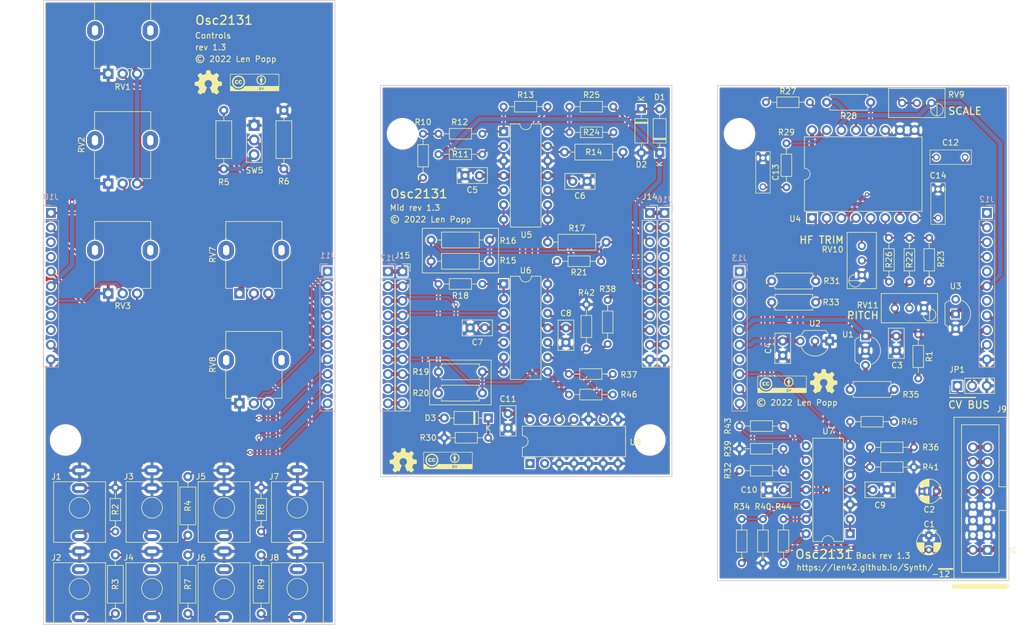
<source format=kicad_pcb>
(kicad_pcb (version 20211014) (generator pcbnew)
  (title_block (title "Eurorack SSI2131 VCO") (date "2022-04-07") (rev "1.4") (company "Len Popp") (comment 1 "Copyright © 2022 Len Popp CC BY") (comment 2 "Front panel layout matches 10 HP Delptronics Module Construction Set") (comment 3 "Board settings comply with requirements of OSH Park https://oshpark.com/") (comment 4 "Eurorack VCO module based on SSI2131, 10 HP"))
  (layers (0 "F.Cu" signal) (31 "B.Cu" signal) (36 "B.SilkS" user "B.Silkscreen") (37 "F.SilkS" user "F.Silkscreen") (38 "B.Mask" user) (39 "F.Mask" user) (44 "Edge.Cuts" user))
  (net 0 "")
  (net 1 "+12V")
  (net 2 "GND")
  (net 3 "-12V")
  (net 6 "IN-SYNC")
  (net 7 "Net-(C12-Pad2)")
  (net 11 "OUT-TRI")
  (net 12 "OUT-SAW")
  (net 13 "OUT-PULSE")
  (net 14 "Net-(R32-Pad1)")
  (net 15 "OUT-SUB")
  (net 16 "-5V")
  (net 17 "CV-FREQ-COARSE")
  (net 18 "CV-FREQ-1VOCT")
  (net 19 "CV-FREQ-FINE")
  (net 20 "CV-FREQ-MOD")
  (net 21 "CV-FREQ-MOD-IN")
  (net 22 "CV-FREQ-OCTAVE")
  (net 23 "CV-PW-MOD-IN")
  (net 24 "CV-PW-MOD")
  (net 25 "CV-PW-POT")
  (net 26 "Net-(R27-Pad1)")
  (net 27 "+5V")
  (net 28 "VREF+")
  (net 29 "Net-(R18-Pad2)")
  (net 30 "Net-(R26-Pad1)")
  (net 31 "Net-(R28-Pad1)")
  (net 32 "Net-(R29-Pad1)")
  (net 33 "Net-(R31-Pad1)")
  (net 36 "Net-(U8-Pad12)")
  (net 37 "Net-(R15-Pad2)")
  (net 38 "Net-(R30-Pad1)")
  (net 39 "Net-(R10-Pad1)")
  (net 40 "Net-(C13-Pad2)")
  (net 41 "Net-(C14-Pad1)")
  (net 42 "Net-(J9-Pad15)")
  (net 43 "Net-(J9-Pad13)")
  (net 46 "CV-FREQ-BUS")
  (net 47 "Net-(R27-Pad2)")
  (net 48 "Net-(R31-Pad2)")
  (net 50 "Net-(U7-Pad1)")
  (net 51 "PWM-2131")
  (net 52 "EXPO-FREQ-2131")
  (net 65 "Net-(RV10-Pad3)")
  (net 66 "Net-(R17-Pad2)")
  (net 67 "Net-(R19-Pad2)")
  (net 68 "Net-(R12-Pad1)")
  (net 69 "Net-(R13-Pad1)")
  (net 70 "Net-(R33-Pad1)")
  (net 71 "Net-(R35-Pad1)")
  (net 72 "Net-(R37-Pad1)")
  (net 73 "Net-(R37-Pad2)")
  (net 76 "Net-(R21-Pad2)")
  (net 77 "Net-(R23-Pad2)")
  (net 78 "Net-(R24-Pad1)")
  (net 79 "Net-(R33-Pad2)")
  (net 80 "Net-(R35-Pad2)")
  (net 81 "Net-(R38-Pad1)")
  (net 82 "Net-(R34-Pad1)")
  (net 83 "Net-(R36-Pad1)")
  (net 84 "Net-(J2-PadT)")
  (net 85 "Net-(J4-PadT)")
  (net 86 "Net-(J6-PadT)")
  (net 87 "Net-(J8-PadT)")
  (footprint "-lmp-synth:Potentiometer_Alpha_RD901F-40-00D_Single_Vertical" (layer "F.Cu") (at 35.34 36.83 90)
    (fp_text reference "RV1")
    (fp_text value "100K")
  )
  (footprint "-lmp-synth:Potentiometer_Alpha_RD901F-40-00D_Single_Vertical" (layer "F.Cu") (at 35.34 74.93 90)
    (fp_text reference "RV3")
    (fp_text value "100K")
  )
  (footprint "-lmp-synth:Jack_3.5mm_QingPu_WQP-PJ398SM_Vertical" (layer "F.Cu") (at 30.38 105.5878)
    (fp_text reference "J1")
    (fp_text value "WQP-PJ398")
  )
  (footprint "-lmp-misc:SW_SPDT_THT_2.54" (layer "F.Cu") (at 60.63 45.79)
    (fp_text reference "SW5")
    (fp_text value "ON_OFF_ON")
  )
  (footprint "-lmp-breakout:Breakout_DIP-16_W15.24mm" (layer "F.Cu") (at 157.353 61.849 90)
    (fp_text reference "U4")
    (fp_text value "SSI2131")
  )
  (footprint "Diode_THT:D_DO-35_SOD27_P7.62mm_Horizontal" (layer "F.Cu") (at 130.937 50.546 90)
    (fp_text reference "D1")
    (fp_text value "1N5711")
  )
  (footprint "-lmp-misc:Logo_OSHW" (layer "F.Cu") (at 159.385 90.17)
    (fp_text reference "G2" hide)
    (fp_text value "Logo_OSHW" hide)
  )
  (footprint "-lmp-misc:R_Axial_DIN0207_L6.3mm_D2.5mm_P10.16mm_Horizontal" (layer "F.Cu") (at 114.427 50.419)
    (fp_text reference "R14")
    (fp_text value "300K")
  )
  (footprint "-lmp-misc:R_Axial_DIN0204_L3.6mm_D1.6mm_P7.62mm_Horizontal" (layer "F.Cu") (at 89.916 47.244 -90)
    (fp_text reference "R10")
    (fp_text value "150K")
  )
  (footprint "-lmp-misc:R_Axial_DIN0207_L6.3mm_D2.5mm_P10.16mm_Horizontal" (layer "F.Cu") (at 91.313 69.342)
    (fp_text reference "R15")
    (fp_text value "125K")
  )
  (footprint "-lmp-misc:R_Axial_DIN0207_L6.3mm_D2.5mm_P10.16mm_Horizontal" (layer "F.Cu") (at 121.666 66.04 180)
    (fp_text reference "R17")
    (fp_text value "100K")
  )
  (footprint "-lmp-misc:R_Axial_DIN0204_L3.6mm_D1.6mm_P7.62mm_Horizontal" (layer "F.Cu") (at 170.678 72.898 90)
    (fp_text reference "R26")
    (fp_text value "270K")
  )
  (footprint "-lmp-misc:R_Axial_DIN0204_L3.6mm_D1.6mm_P7.62mm_Horizontal" (layer "F.Cu") (at 122.897 42.545 180)
    (fp_text reference "R25")
    (fp_text value "100K")
  )
  (footprint "-lmp-misc:R_Axial_DIN0207_L6.3mm_D2.5mm_P7.62mm_Horizontal" (layer "F.Cu") (at 150.368 72.771)
    (fp_text reference "R31")
    (fp_text value "9K")
  )
  (footprint "-lmp-misc:R_Axial_DIN0204_L3.6mm_D1.6mm_P7.62mm_Horizontal" (layer "F.Cu") (at 152.4 105.664 180)
    (fp_text reference "R32")
    (fp_text value "36K")
  )
  (footprint "-lmp-synth:Potentiometer_Bourns_3296W_Vertical" (layer "F.Cu") (at 178.054 41.91)
    (fp_text reference "RV9")
    (fp_text value "5K")
  )
  (footprint "-lmp-synth:Potentiometer_Bourns_3296W_Vertical" (layer "F.Cu") (at 165.979 71.755 -90)
    (fp_text reference "RV10")
    (fp_text value "5K")
  )
  (footprint "-lmp-misc:Logo_CC_BY" (layer "F.Cu") (at 60.706 38.354)
    (fp_text reference "G1" hide)
    (fp_text value "Logo_CC_BY" hide)
  )
  (footprint "-lmp-misc:Logo_CC_BY" (layer "F.Cu") (at 94.234 103.886)
    (fp_text reference "G5" hide)
    (fp_text value "Logo_CC_BY_SA" hide)
  )
  (footprint "-lmp-misc:Logo_CC_BY" (layer "F.Cu") (at 152.146 90.678)
    (fp_text reference "G6" hide)
    (fp_text value "Logo_CC_BY" hide)
  )
  (footprint "-lmp-misc:Logo_OSHW" (layer "F.Cu") (at 52.705 38.354)
    (fp_text reference "G4" hide)
    (fp_text value "Logo_OSHW" hide)
  )
  (footprint "-lmp-synth:IDC-Header-Eurorack-16-TH" (layer "F.Cu") (at 187.787 119.38 180)
    (fp_text reference "J9")
    (fp_text value "Conn_Eurorack_16")
  )
  (footprint "-lmp-misc:R_Axial_DIN0204_L3.6mm_D1.6mm_P7.62mm_Horizontal" (layer "F.Cu") (at 175.768 82.042 -90)
    (fp_text reference "R1")
    (fp_text value "470R")
  )
  (footprint "-lmp-misc:TO-92_Inline_Wide" (layer "F.Cu") (at 160.401 83.185 180)
    (fp_text reference "U2")
    (fp_text value "L79L05")
  )
  (footprint "-lmp-misc:TO-92_Inline_Wide" (layer "F.Cu") (at 166.624 82.296 -90)
    (fp_text reference "U1")
    (fp_text value "L78L05")
  )
  (footprint "-lmp-misc:TO-92-2_Wide" (layer "F.Cu") (at 182.245 75.946 -90)
    (fp_text reference "U3")
    (fp_text value "LM4040")
  )
  (footprint "-lmp-misc:CP_Radial_D4.0mm_P2.50mm" (layer "F.Cu") (at 178.9 109.22 180)
    (fp_text reference "C2")
    (fp_text value "10U")
  )
  (footprint "-lmp-misc:CP_Radial_D4.0mm_P2.50mm" (layer "F.Cu") (at 177.6 116.88 -90)
    (fp_text reference "C1")
    (fp_text value "10U")
  )
  (footprint "-lmp-misc:R_Axial_DIN0207_L6.3mm_D2.5mm_P10.16mm_Horizontal" (layer "F.Cu") (at 36.576 120.269 -90)
    (fp_text reference "R3")
    (fp_text value "1K")
  )
  (footprint "-lmp-misc:R_Axial_DIN0204_L3.6mm_D1.6mm_P7.62mm_Horizontal" (layer "F.Cu") (at 36.576 116.205 90)
    (fp_text reference "R2")
    (fp_text value "4M7")
  )
  (footprint "-lmp-misc:R_Axial_DIN0204_L3.6mm_D1.6mm_P7.62mm_Horizontal" (layer "F.Cu") (at 92.583 73.279)
    (fp_text reference "R18")
    (fp_text value "62K")
  )
  (footprint "-lmp-misc:PinHeader_1x03_P2.54mm_Vertical" (layer "F.Cu") (at 182.5625 90.932 90)
    (fp_text reference "JP1")
    (fp_text value "CV-BUS")
  )
  (footprint "-lmp-misc:Logo_OSHW" (layer "F.Cu") (at 86.487 103.886)
    (fp_text reference "G3" hide)
    (fp_text value "Logo_OSHW" hide)
  )
  (footprint "-lmp-misc:R_Axial_DIN0204_L3.6mm_D1.6mm_P7.62mm_Horizontal" (layer "F.Cu") (at 61.849 116.205 90)
    (fp_text reference "R8")
    (fp_text value "100K")
  )
  (footprint "Connector_PinSocket_2.54mm:PinSocket_1x11_P2.54mm_Vertical" (layer "F.Cu") (at 129.24 60.96)
    (fp_text reference "J14")
    (fp_text value "Conn_Passthru_Right")
  )
  (footprint "-lmp-misc:R_Axial_DIN0204_L3.6mm_D1.6mm_P7.62mm_Horizontal" (layer "F.Cu") (at 101.219 99.949 180)
    (fp_text reference "R30")
    (fp_text value "100K")
  )
  (footprint "-lmp-misc:R_Axial_DIN0207_L6.3mm_D2.5mm_P7.62mm_Horizontal" (layer "F.Cu") (at 92.583 88.519)
    (fp_text reference "R19")
    (fp_text value "1M5")
  )
  (footprint "Connector_PinSocket_2.54mm:PinSocket_1x10_P2.54mm_Vertical" (layer "F.Cu") (at 86.36 71.12)
    (fp_text reference "J15")
    (fp_text value "Conn_Passthru_Left")
  )
  (footprint "Package_DIP:DIP-14_W7.62mm" (layer "F.Cu") (at 108.458 104.394 90)
    (fp_text reference "U8")
    (fp_text value "CD4013")
  )
  (footprint "-lmp-holes:MountingHole_PCB_3.2mm_M3" (layer "F.Cu") (at 129.24 100.33)
    (fp_text reference "REF**" hide)
    (fp_text value "MountingHole_PCB_3.2mm_M3")
  )
  (footprint "-lmp-holes:MountingHole_PCB_3.2mm_M3" (layer "F.Cu") (at 27.94 100.33)
    (fp_text reference "REF**" hide)
    (fp_text value "MountingHole_PCB_3.2mm_M3")
  )
  (footprint "-lmp-holes:MountingHole_PCB_3.2mm_M3" (layer "F.Cu") (at 144.78 47.244)
    (fp_text reference "REF**" hide)
    (fp_text value "MountingHole_PCB_3.2mm_M3")
  )
  (footprint "-lmp-misc:R_Axial_DIN0204_L3.6mm_D1.6mm_P7.62mm_Horizontal" (layer "F.Cu") (at 115.189 88.9)
    (fp_text reference "R37")
    (fp_text value "18K")
  )
  (footprint "-lmp-misc:R_Axial_DIN0204_L3.6mm_D1.6mm_P7.62mm_Horizontal" (layer "F.Cu") (at 149.352 41.783)
    (fp_text reference "R27")
    (fp_text value "47K")
  )
  (footprint "-lmp-misc:R_Axial_DIN0204_L3.6mm_D1.6mm_P7.62mm_Horizontal" (layer "F.Cu") (at 152.908 48.895 -90)
    (fp_text reference "R29")
    (fp_text value "270R")
  )
  (footprint "-lmp-misc:R_Axial_DIN0207_L6.3mm_D2.5mm_P7.62mm_Horizontal" (layer "F.Cu") (at 167.513 41.783 180)
    (fp_text reference "R28")
    (fp_text value "499K")
  )
  (footprint "-lmp-synth:Potentiometer_Bourns_3296W_Vertical" (layer "F.Cu") (at 176.774 77.47)
    (fp_text reference "RV11")
    (fp_text value "5K")
  )
  (footprint "-lmp-misc:R_Axial_DIN0204_L3.6mm_D1.6mm_P7.62mm_Horizontal" (layer "F.Cu") (at 152.4 101.854 180)
    (fp_text reference "R39")
    (fp_text value "24K")
  )
  (footprint "-lmp-misc:R_Axial_DIN0204_L3.6mm_D1.6mm_P7.62mm_Horizontal" (layer "F.Cu") (at 152.4 121.666 90)
    (fp_text reference "R44")
    (fp_text value "36K")
  )
  (footprint "-lmp-misc:C_Rect_Kemet_L7.2mm_W2.5mm_P5mm" (layer "F.Cu") (at 148.844 51.435 -90)
    (fp_text reference "C13")
    (fp_text value "10N" hide)
  )
  (footprint "-lmp-misc:C_Disc_D5.0mm_W2.5mm_P2.50mm" (layer "F.Cu") (at 100.584 80.899 180)
    (fp_text reference "C7")
    (fp_text value "100N")
  )
  (footprint "-lmp-misc:R_Axial_DIN0204_L3.6mm_D1.6mm_P7.62mm_Horizontal" (layer "F.Cu") (at 121.92 83.693 90)
    (fp_text reference "R38")
    (fp_text value "18K")
  )
  (footprint "-lmp-misc:R_Axial_DIN0204_L3.6mm_D1.6mm_P7.62mm_Horizontal" (layer "F.Cu") (at 174.234 65.278 -90)
    (fp_text reference "R22")
    (fp_text value "100K")
  )
  (footprint "-lmp-misc:C_Disc_D5.0mm_W2.5mm_P2.50mm" (layer "F.Cu") (at 104.648 95.758 -90)
    (fp_text reference "C11")
    (fp_text value "100N")
  )
  (footprint "-lmp-misc:R_Axial_DIN0204_L3.6mm_D1.6mm_P7.62mm_Horizontal" (layer "F.Cu") (at 163.957 97.155)
    (fp_text reference "R45")
    (fp_text value "36K")
  )
  (footprint "-lmp-misc:C_Disc_D5.0mm_W2.5mm_P2.50mm" (layer "F.Cu") (at 99.695 54.483 180)
    (fp_text reference "C5")
    (fp_text value "100N")
  )
  (footprint "-lmp-misc:R_Axial_DIN0207_L6.3mm_D2.5mm_P10.16mm_Horizontal" (layer "F.Cu") (at 91.313 65.659)
    (fp_text reference "R16")
    (fp_text value "125K")
  )
  (footprint "-lmp-misc:R_Axial_DIN0207_L6.3mm_D2.5mm_P10.16mm_Horizontal" (layer "F.Cu") (at 49.149 120.269 -90)
    (fp_text reference "R7")
    (fp_text value "1K")
  )
  (footprint "-lmp-misc:R_Axial_DIN0207_L6.3mm_D2.5mm_P10.16mm_Horizontal" (layer "F.Cu") (at 61.849 120.269 -90)
    (fp_text reference "R9")
    (fp_text value "1K")
  )
  (footprint "-lmp-misc:C_Disc_D5.0mm_W2.5mm_P2.50mm" (layer "F.Cu") (at 171.958 82.316 -90)
    (fp_text reference "C3")
    (fp_text value "100N")
  )
  (footprint "-lmp-synth:Jack_3.5mm_QingPu_WQP-PJ398SM_Vertical" (layer "F.Cu") (at 30.38 119.634)
    (fp_text reference "J2")
    (fp_text value "WQP-PJ398")
  )
  (footprint "-lmp-synth:Jack_3.5mm_QingPu_WQP-PJ398SM_Vertical" (layer "F.Cu") (at 42.93 119.634)
    (fp_text reference "J4")
    (fp_text value "WQP-PJ398")
  )
  (footprint "-lmp-synth:Potentiometer_Alpha_RD901F-40-00D_Single_Vertical" (layer "F.Cu") (at 58.09 93.98 90)
    (fp_text reference "RV8")
    (fp_text value "100K")
  )
  (footprint "-lmp-synth:Potentiometer_Alpha_RD901F-40-00D_Single_Vertical" (layer "F.Cu") (at 35.34 55.88 90)
    (fp_text reference "RV2")
    (fp_text value "100K")
  )
  (footprint "-lmp-misc:R_Axial_DIN0207_L6.3mm_D2.5mm_P10.16mm_Horizontal" (layer "F.Cu") (at 65.786 43.18 -90)
    (fp_text reference "R6")
    (fp_text value "100K")
  )
  (footprint "-lmp-misc:R_Axial_DIN0204_L3.6mm_D1.6mm_P7.62mm_Horizontal" (layer "F.Cu") (at 118.237 84.455 90)
    (fp_text reference "R42")
    (fp_text value "36K")
  )
  (footprint "-lmp-misc:R_Axial_DIN0204_L3.6mm_D1.6mm_P7.62mm_Horizontal" (layer "F.Cu") (at 100.203 47.244 180)
    (fp_text reference "R12")
    (fp_text value "75K")
  )
  (footprint "-lmp-synth:Jack_3.5mm_QingPu_WQP-PJ398SM_Vertical" (layer "F.Cu") (at 42.93 105.5878)
    (fp_text reference "J3")
    (fp_text value "WQP-PJ398")
  )
  (footprint "-lmp-misc:R_Axial_DIN0204_L3.6mm_D1.6mm_P7.62mm_Horizontal" (layer "F.Cu") (at 111.506 42.545 180)
    (fp_text reference "R13")
    (fp_text value "150K")
  )
  (footprint "-lmp-misc:C_Disc_D5.0mm_W2.5mm_P2.50mm" (layer "F.Cu") (at 114.681 83.419 90)
    (fp_text reference "C8")
    (fp_text value "100N")
  )
  (footprint "-lmp-synth:Jack_3.5mm_QingPu_WQP-PJ398SM_Vertical" (layer "F.Cu") (at 55.43 119.634)
    (fp_text reference "J6")
    (fp_text value "WQP-PJ398")
  )
  (footprint "-lmp-misc:R_Axial_DIN0204_L3.6mm_D1.6mm_P7.62mm_Horizontal" (layer "F.Cu") (at 144.78 97.917)
    (fp_text reference "R43")
    (fp_text value "36K")
  )
  (footprint "-lmp-misc:C_Rect_Kemet_L7.2mm_W2.5mm_P5mm" (layer "F.Cu") (at 183.896 51.308 180)
    (fp_text reference "C12")
    (fp_text value "10N" hide)
  )
  (footprint "-lmp-misc:R_Axial_DIN0207_L6.3mm_D2.5mm_P7.62mm_Horizontal" (layer "F.Cu") (at 171.577 91.567 180)
    (fp_text reference "R35")
    (fp_text value "9K")
  )
  (footprint "-lmp-misc:R_Axial_DIN0207_L6.3mm_D2.5mm_P10.16mm_Horizontal" (layer "F.Cu") (at 55.372 53.34 90)
    (fp_text reference "R5")
    (fp_text value "100K")
  )
  (footprint "-lmp-misc:R_Axial_DIN0204_L3.6mm_D1.6mm_P7.62mm_Horizontal" (layer "F.Cu") (at 177.663 65.278 -90)
    (fp_text reference "R23")
    (fp_text value "100K")
  )
  (footprint "Package_DIP:DIP-14_W7.62mm" (layer "F.Cu") (at 103.896 73.274)
    (fp_text reference "U6")
    (fp_text value "TL074")
  )
  (footprint "-lmp-misc:R_Axial_DIN0204_L3.6mm_D1.6mm_P7.62mm_Horizontal" (layer "F.Cu") (at 145.161 114.046 -90)
    (fp_text reference "R34")
    (fp_text value "36K")
  )
  (footprint "-lmp-misc:R_Axial_DIN0204_L3.6mm_D1.6mm_P7.62mm_Horizontal" (layer "F.Cu") (at 148.844 114.046 -90)
    (fp_text reference "R40")
    (fp_text value "24K")
  )
  (footprint "-lmp-misc:R_Axial_DIN0207_L6.3mm_D2.5mm_P10.16mm_Horizontal" (layer "F.Cu") (at 49.149 106.68 -90)
    (fp_text reference "R4")
    (fp_text value "1K")
  )
  (footprint "-lmp-misc:R_Axial_DIN0204_L3.6mm_D1.6mm_P7.62mm_Horizontal" (layer "F.Cu") (at 167.386 101.6)
    (fp_text reference "R36")
    (fp_text value "36K")
  )
  (footprint "-lmp-misc:R_Axial_DIN0204_L3.6mm_D1.6mm_P7.62mm_Horizontal" (layer "F.Cu") (at 167.386 105.029)
    (fp_text reference "R41")
    (fp_text value "24K")
  )
  (footprint "-lmp-misc:C_Disc_D5.0mm_W2.5mm_P2.50mm" (layer "F.Cu") (at 167.894 108.966)
    (fp_text reference "C9")
    (fp_text value "100N")
  )
  (footprint "-lmp-synth:Potentiometer_Alpha_RD901F-40-00D_Single_Vertical" (layer "F.Cu") (at 58.09 74.93 90)
    (fp_text reference "RV7")
    (fp_text value "100K")
  )
  (footprint "-lmp-synth:Jack_3.5mm_QingPu_WQP-PJ398SM_Vertical" (layer "F.Cu") (at 55.43 105.5878)
    (fp_text reference "J5")
    (fp_text value "WQP-PJ398")
  )
  (footprint "Diode_THT:D_DO-35_SOD27_P7.62mm_Horizontal" (layer "F.Cu") (at 101.219 96.52 180)
    (fp_text reference "D3")
    (fp_text value "1N5711")
  )
  (footprint "-lmp-misc:C_Disc_D5.0mm_W2.5mm_P2.50mm" (layer "F.Cu") (at 149.9 108.966)
    (fp_text reference "C10")
    (fp_text value "100N")
  )
  (footprint "Package_DIP:DIP-14_W7.62mm" (layer "F.Cu") (at 163.947 116.591 180)
    (fp_text reference "U7")
    (fp_text value "TL074")
  )
  (footprint "-lmp-misc:C_Rect_Kemet_L7.2mm_W2.5mm_P5mm" (layer "F.Cu") (at 179.197 61.849 90)
    (fp_text reference "C14")
    (fp_text value "3N9" hide)
  )
  (footprint "-lmp-misc:R_Axial_DIN0204_L3.6mm_D1.6mm_P7.62mm_Horizontal" (layer "F.Cu") (at 115.189 92.456)
    (fp_text reference "R46")
    (fp_text value "36K")
  )
  (footprint "-lmp-misc:C_Disc_D5.0mm_W2.5mm_P2.50mm" (layer "F.Cu") (at 152.273 85.685 90)
    (fp_text reference "C4")
    (fp_text value "100N")
  )
  (footprint "-lmp-holes:MountingHole_PCB_3.2mm_M3" (layer "F.Cu") (at 86.36 47.244)
    (fp_text reference "REF**" hide)
    (fp_text value "MountingHole_PCB_3.2mm_M3")
  )
  (footprint "-lmp-misc:R_Axial_DIN0207_L6.3mm_D2.5mm_P7.62mm_Horizontal" (layer "F.Cu") (at 92.583 92.202)
    (fp_text reference "R20")
    (fp_text value "1M5")
  )
  (footprint "-lmp-misc:R_Axial_DIN0204_L3.6mm_D1.6mm_P7.62mm_Horizontal" (layer "F.Cu") (at 115.316 46.99)
    (fp_text reference "R24")
    (fp_text value "75K")
  )
  (footprint "-lmp-misc:C_Disc_D5.0mm_W2.5mm_P2.50mm" (layer "F.Cu") (at 118.364 55.499 180)
    (fp_text reference "C6")
    (fp_text value "100N")
  )
  (footprint "-lmp-misc:R_Axial_DIN0204_L3.6mm_D1.6mm_P7.62mm_Horizontal" (layer "F.Cu") (at 120.777 69.342 180)
    (fp_text reference "R21")
    (fp_text value "100K")
  )
  (footprint "Diode_THT:D_DO-35_SOD27_P7.62mm_Horizontal" (layer "F.Cu") (at 127.762 42.926 -90)
    (fp_text reference "D2")
    (fp_text value "1N5711")
  )
  (footprint "-lmp-misc:R_Axial_DIN0204_L3.6mm_D1.6mm_P7.62mm_Horizontal" (layer "F.Cu") (at 100.203 50.8 180)
    (fp_text reference "R11")
    (fp_text value "75K")
  )
  (footprint "-lmp-synth:Jack_3.5mm_QingPu_WQP-PJ398SM_Vertical" (layer "F.Cu") (at 68.13 105.5878)
    (fp_text reference "J7")
    (fp_text value "WQP-PJ398")
  )
  (footprint "Package_DIP:DIP-14_W7.62mm" (layer "F.Cu") (at 103.896 46.858)
    (fp_text reference "U5")
    (fp_text value "TL074")
  )
  (footprint "-lmp-synth:Jack_3.5mm_QingPu_WQP-PJ398SM_Vertical" (layer "F.Cu") (at 68.13 119.634)
    (fp_text reference "J8")
    (fp_text value "WQP-PJ398")
  )
  (footprint "-lmp-misc:R_Axial_DIN0207_L6.3mm_D2.5mm_P7.62mm_Horizontal" (layer "F.Cu") (at 150.368 76.454)
    (fp_text reference "R33")
    (fp_text value "9K")
  )
  (footprint "Connector_PinHeader_2.54mm:PinHeader_1x11_P2.54mm_Vertical" (layer "B.Cu") (at 131.78 60.96 180)
    (fp_text reference "J16")
    (fp_text value "Conn_Mid_Right")
  )
  (footprint "Connector_PinHeader_2.54mm:PinHeader_1x10_P2.54mm_Vertical" (layer "B.Cu") (at 83.82 71.12 180)
    (fp_text reference "J17")
    (fp_text value "Conn_Mid_Left")
  )
  (footprint "Connector_PinHeader_2.54mm:PinHeader_1x10_P2.54mm_Vertical" (layer "B.Cu") (at 144.78 71.12 180)
    (fp_text reference "J13")
    (fp_text value "Conn_Back_Left")
  )
  (footprint "Connector_PinHeader_2.54mm:PinHeader_1x11_P2.54mm_Vertical" (layer "B.Cu") (at 187.66 60.96 180)
    (fp_text reference "J12")
    (fp_text value "Conn_Back_Right")
  )
  (footprint "Connector_PinSocket_2.54mm:PinSocket_1x11_P2.54mm_Vertical" (layer "B.Cu") (at 25.4 60.96 180)
    (fp_text reference "J10")
    (fp_text value "Conn_Front_Left")
  )
  (footprint "Connector_PinSocket_2.54mm:PinSocket_1x10_P2.54mm_Vertical" (layer "B.Cu") (at 73.36 71.12 180)
    (fp_text reference "J11")
    (fp_text value "Conn_Front_Right")
  )
  (gr_line (start 102.997 71.374) (end 89.789 71.374) (layer "F.SilkS") (width 0.12))
  (gr_line (start 89.789 63.627) (end 102.997 63.627) (layer "F.SilkS") (width 0.12))
  (gr_line (start 102.997 63.627) (end 102.997 71.374) (layer "F.SilkS") (width 0.12))
  (gr_line (start 89.789 71.374) (end 89.789 63.627) (layer "F.SilkS") (width 0.12))
  (gr_line (start 91.059 94.234) (end 91.059 86.487) (layer "F.SilkS") (width 0.12))
  (gr_line (start 181.229 92.964) (end 185.674 92.964) (layer "F.SilkS") (width 0.2032))
  (gr_line (start 101.727 86.487) (end 101.727 94.234) (layer "F.SilkS") (width 0.12))
  (gr_line (start 181.6862 122.684997) (end 179.324 122.684997) (layer "F.SilkS") (width 0.3048))
  (gr_line (start 101.727 94.234) (end 91.059 94.234) (layer "F.SilkS") (width 0.12))
  (gr_line (start 91.059 86.487) (end 101.727 86.487) (layer "F.SilkS") (width 0.12))
  (gr_line (start 82.55 106.68) (end 82.55 38.862) (layer "Edge.Cuts") (width 0.1524))
  (gr_line (start 82.55 38.862) (end 133.050001 38.862) (layer "Edge.Cuts") (width 0.1524))
  (gr_line (start 133.050001 38.862) (end 133.050001 106.68) (layer "Edge.Cuts") (width 0.1524))
  (gr_line (start 74.630001 24.13) (end 74.630001 132.334) (layer "Edge.Cuts") (width 0.1524))
  (gr_line (start 74.630001 132.334) (end 24.13 132.334) (layer "Edge.Cuts") (width 0.1524))
  (gr_line (start 24.13 24.13) (end 74.630001 24.13) (layer "Edge.Cuts") (width 0.1524))
  (gr_line (start 133.050001 106.68) (end 82.55 106.68) (layer "Edge.Cuts") (width 0.1524))
  (gr_line (start 140.97 124.714) (end 140.97 38.862) (layer "Edge.Cuts") (width 0.1524))
  (gr_line (start 140.97 38.862) (end 191.470001 38.862) (layer "Edge.Cuts") (width 0.1524))
  (gr_line (start 191.470001 38.862) (end 191.470001 124.714) (layer "Edge.Cuts") (width 0.1524))
  (gr_line (start 191.470001 124.714) (end 140.97 124.714) (layer "Edge.Cuts") (width 0.1524))
  (gr_line (start 24.13 132.334) (end 24.13 24.13) (layer "Edge.Cuts") (width 0.1524))
  (gr_text "© 2022 Len Popp" (at 84.074 62.103) (layer "F.SilkS") (effects (font (size 1 1)) (justify left)))
  (gr_text "Mid" (at 84.074 60.071) (layer "F.SilkS") (effects (font (size 1 1)) (justify left)))
  (gr_text "rev 1.3" (at 168.91 120.396) (layer "F.SilkS") (effects (font (size 1 1)) (justify left)))
  (gr_text "Osc2131" (at 154.305 120.142) (layer "F.SilkS") (effects (font (size 1.524 1.524) (thickness 0.2286)) (justify left)))
  (gr_text "© 2022 Len Popp" (at 147.574 93.853) (layer "F.SilkS") (effects (font (size 1 1)) (justify left)))
  (gr_text "Osc2131" (at 84.074 57.658) (layer "F.SilkS") (effects (font (size 1.524 1.524) (thickness 0.2286)) (justify left)))
  (gr_text "© 2022 Len Popp" (at 50.292 34.29) (layer "F.SilkS") (effects (font (size 1 1)) (justify left)))
  (gr_text "Controls" (at 50.292 30.226) (layer "F.SilkS") (effects (font (size 1 1)) (justify left)))
  (gr_text "Osc2131" (at 50.292 27.559) (layer "F.SilkS") (effects (font (size 1.524 1.524) (thickness 0.2286)) (justify left)))
  (gr_text "https://len42.github.io/Synth/" (at 154.559 122.428) (layer "F.SilkS") (effects (font (size 1 1)) (justify left)))
  (gr_text "rev 1.3" (at 50.292 32.258) (layer "F.SilkS") (effects (font (size 1 1)) (justify left)))
  (gr_text "CV BUS" (at 180.848 94.234) (layer "F.SilkS") (effects (font (size 1.27 1.27) (thickness 0.2032)) (justify left)))
  (gr_text "HF TRIM" (at 159.004 65.659) (layer "F.SilkS") (effects (font (size 1.27 1.27) (thickness 0.2032))))
  (gr_text "SCALE" (at 180.848 43.307) (layer "F.SilkS") (effects (font (size 1.27 1.27) (thickness 0.2032)) (justify left)))
  (gr_text "Back" (at 164.846 120.396) (layer "F.SilkS") (effects (font (size 1 1)) (justify left)))
  (gr_text "-12" (at 181.356 123.571) (layer "F.SilkS") (effects (font (size 1 1)) (justify right)))
  (gr_text "PITCH" (at 163.312 78.74) (layer "F.SilkS") (effects (font (size 1.27 1.27) (thickness 0.2032)) (justify left)))
  (gr_text "rev 1.3" (at 87.376 60.071) (layer "F.SilkS") (effects (font (size 1 1)) (justify left)))
  (segment (start 178.9 91.356) (end 183.515 86.741) (width 0.762) (layer "F.Cu") (net 1))
  (segment (start 117.729 90.678) (end 125.6665 82.7405) (width 0.762) (layer "F.Cu") (net 1))
  (segment (start 183.515 84.709) (end 186.944 81.28) (width 0.762) (layer "F.Cu") (net 1))
  (segment (start 127.127 81.28) (end 129.24 81.28) (width 0.762) (layer "F.Cu") (net 1))
  (segment (start 166.624 91.694) (end 166.624 87.376) (width 0.762) (layer "F.Cu") (net 1))
  (segment (start 161.671 118.491) (end 161.671 109.093) (width 0.762) (layer "F.Cu") (net 1))
  (segment (start 178.9 109.22) (end 178.9 91.356) (width 0.762) (layer "F.Cu") (net 1))
  (segment (start 106.807 80.899) (end 103.886 80.899) (width 0.762) (layer "F.Cu") (net 1))
  (segment (start 161.798 108.966) (end 161.671 109.093) (width 0.762) (layer "F.Cu") (net 1))
  (segment (start 161.671 109.093) (end 161.671 96.647) (width 0.762) (layer "F.Cu") (net 1))
  (segment (start 110.617 90.678) (end 117.729 90.678) (width 0.762) (layer "F.Cu") (net 1))
  (segment (start 168.148 120.523) (end 163.703 120.523) (width 0.762) (layer "F.Cu") (net 1))
  (segment (start 103.886 80.899) (end 99.932 80.899) (width 0.762) (layer "F.Cu") (net 1))
  (segment (start 163.957 108.966) (end 167.894 108.966) (width 0.762) (layer "F.Cu") (net 1))
  (segment (start 107.188 57.023) (end 107.188 87.249) (width 0.762) (layer "F.Cu") (net 1))
  (segment (start 183.515 86.741) (end 183.515 84.709) (width 0.762) (layer "F.Cu") (net 1))
  (segment (start 161.671 96.647) (end 166.624 91.694) (width 0.762) (layer "F.Cu") (net 1))
  (segment (start 185.247 109.22) (end 178.9 109.22) (width 0.762) (layer "F.Cu") (net 1))
  (segment (start 125.6665 82.7405) (end 127.127 81.28) (width 0.762) (layer "F.Cu") (net 1))
  (segment (start 103.886 54.483) (end 104.648 54.483) (width 0.762) (layer "F.Cu") (net 1))
  (segment (start 186.944 81.28) (end 187.66 81.28) (width 0.762) (layer "F.Cu") (net 1))
  (segment (start 103.886 54.483) (end 99.705 54.483) (width 0.762) (layer "F.Cu") (net 1))
  (segment (start 185.247 109.22) (end 187.787 109.22) (width 0.762) (layer "F.Cu") (net 1))
  (segment (start 107.188 87.249) (end 110.617 90.678) (width 0.762) (layer "F.Cu") (net 1))
  (segment (start 125.6665 82.7405) (end 127 81.407) (width 0.762) (layer "F.Cu") (net 1))
  (segment (start 178.816 109.22) (end 178.816 109.855) (width 0.762) (layer "F.Cu") (net 1))
  (segment (start 163.703 120.523) (end 161.671 118.491) (width 0.762) (layer "F.Cu") (net 1))
  (segment (start 163.957 108.966) (end 161.798 108.966) (width 0.762) (layer "F.Cu") (net 1))
  (segment (start 178.816 109.855) (end 168.148 120.523) (width 0.762) (layer "F.Cu") (net 1))
  (segment (start 104.648 54.483) (end 107.188 57.023) (width 0.762) (layer "F.Cu") (net 1))
  (segment (start 188.341 86.36) (end 187.66 86.36) (width 0.762) (layer "F.Cu") (net 2))
  (segment (start 159.766 94.742) (end 159.766 108.966) (width 0.762) (layer "F.Cu") (net 3))
  (segment (start 189.992 118.025) (end 189.992 80.772) (width 0.762) (layer "F.Cu") (net 3))
  (segment (start 123.444 80.899) (end 120.396 80.899) (width 0.762) (layer "F.Cu") (net 3))
  (segment (start 169.672 122.047) (end 163.068 122.047) (width 0.762) (layer "F.Cu") (net 3))
  (segment (start 163.068 122.047) (end 159.766 118.745) (width 0.762) (layer "F.Cu") (net 3))
  (segment (start 114.781 54.483) (end 115.797 55.499) (width 0.762) (layer "F.Cu") (net 3))
  (segment (start 185.247 119.38) (end 177.6 119.38) (width 0.762) (layer "F.Cu") (net 3))
  (segment (start 159.766 118.745) (end 159.766 108.966) (width 0.762) (layer "F.Cu") (net 3))
  (segment (start 125.603 78.74) (end 123.444 80.899) (width 0.762) (layer "F.Cu") (net 3))
  (segment (start 111.506 54.483) (end 114.781 54.483) (width 0.762) (layer "F.Cu") (net 3))
  (segment (start 111.252 80.899) (end 109.347 78.994) (width 0.762) (layer "F.Cu") (net 3))
  (segment (start 188.637 119.38) (end 189.992 118.025) (width 0.762) (layer "F.Cu") (net 3))
  (segment (start 111.506 80.899) (end 115.951 80.899) (width 0.762) (layer "F.Cu") (net 3))
  (segment (start 129.24 78.74) (end 125.603 78.74) (width 0.762) (layer "F.Cu") (net 3))
  (segment (start 187.96 78.74) (end 187.66 78.74) (width 0.762) (layer "F.Cu") (net 3))
  (segment (start 109.347 56.007) (end 110.871 54.483) (width 0.762) (layer "F.Cu") (net 3))
  (segment (start 120.376 80.919) (end 114.681 80.919) (width 0.762) (layer "F.Cu") (net 3))
  (segment (start 172.339 119.38) (end 169.672 122.047) (width 0.762) (layer "F.Cu") (net 3))
  (segment (start 185.247 119.38) (end 187.787 119.38) (width 0.762) (layer "F.Cu") (net 3))
  (segment (start 109.347 78.994) (end 109.347 56.007) (width 0.762) (layer "F.Cu") (net 3))
  (segment (start 110.871 54.483) (end 111.506 54.483) (width 0.762) (layer "F.Cu") (net 3))
  (segment (start 189.992 80.772) (end 187.96 78.74) (width 0.762) (layer "F.Cu") (net 3))
  (segment (start 157.861 92.837) (end 159.766 94.742) (width 0.762) (layer "F.Cu") (net 3))
  (segment (start 187.787 119.38) (end 188.637 119.38) (width 0.762) (layer "F.Cu") (net 3))
  (segment (start 157.861 83.185) (end 157.861 92.837) (width 0.762) (layer "F.Cu") (net 3))
  (segment (start 177.6 119.38) (end 172.339 119.38) (width 0.762) (layer "F.Cu") (net 3))
  (segment (start 120.396 80.899) (end 120.376 80.919) (width 0.762) (layer "F.Cu") (net 3))
  (segment (start 152.4 108.966) (end 156.337 108.966) (width 0.762) (layer "F.Cu") (net 3))
  (segment (start 111.506 80.899) (end 111.252 80.899) (width 0.762) (layer "F.Cu") (net 3))
  (via (at 159.766 108.966) (size 0.8) (drill 0.4) (layers "F.Cu" "B.Cu") (net 3))
  (segment (start 156.337 108.966) (end 159.639 108.966) (width 0.762) (layer "B.Cu") (net 3))
  (segment (start 183.896 60.198) (end 183.896 51.308) (width 0.381) (layer "F.Cu") (net 6))
  (segment (start 45.339 72.263) (end 64.77 91.694) (width 0.381) (layer "F.Cu") (net 6))
  (segment (start 64.77 91.694) (end 64.77 113.284) (width 0.381) (layer "F.Cu") (net 6))
  (segment (start 62.6318 116.9878) (end 61.849 116.205) (width 0.381) (layer "F.Cu") (net 6))
  (segment (start 129.24 63.5) (end 131.78 63.5) (width 0.762) (layer "F.Cu") (net 6))
  (segment (start 187.198 63.5) (end 183.896 60.198) (width 0.381) (layer "F.Cu") (net 6))
  (segment (start 25.4 63.509917) (end 34.153083 72.263) (width 0.381) (layer "F.Cu") (net 6))
  (segment (start 64.77 113.284) (end 61.849 116.205) (width 0.381) (layer "F.Cu") (net 6))
  (segment (start 68.13 116.9878) (end 62.6318 116.9878) (width 0.381) (layer "F.Cu") (net 6))
  (segment (start 187.66 63.5) (end 187.198 63.5) (width 0.381) (layer "F.Cu") (net 6))
  (segment (start 25.4 63.5) (end 25.4 63.509917) (width 0.381) (layer "F.Cu") (net 6))
  (segment (start 34.153083 72.263) (end 45.339 72.263) (width 0.381) (layer "F.Cu") (net 6))
  (segment (start 170.053 46.609) (end 174.752 51.308) (width 0.381) (layer "F.Cu") (net 7))
  (segment (start 178.896 51.308) (end 174.752 51.308) (width 0.381) (layer "F.Cu") (net 7))
  (segment (start 59.436 96.52) (end 49.276 106.68) (width 0.381) (layer "F.Cu") (net 11))
  (segment (start 83.82 88.9) (end 86.36 88.9) (width 0.762) (layer "F.Cu") (net 11))
  (segment (start 88.773 90.551) (end 87.122 88.9) (width 0.381) (layer "F.Cu") (net 11))
  (segment (start 91.821 96.52) (end 88.773 93.472) (width 0.381) (layer "F.Cu") (net 11))
  (segment (start 93.599 96.52) (end 91.821 96.52) (width 0.381) (layer "F.Cu") (net 11))
  (segment (start 163.957 97.155) (end 163.957 101.346) (width 0.381) (layer "F.Cu") (net 11))
  (segment (start 61.468 96.52) (end 59.436 96.52) (width 0.381) (layer "F.Cu") (net 11))
  (segment (start 87.122 88.9) (end 86.36 88.9) (width 0.381) (layer "F.Cu") (net 11))
  (segment (start 88.773 93.472) (end 88.773 90.551) (width 0.381) (layer "F.Cu") (net 11))
  (via (at 61.468 96.52) (size 0.8) (drill 0.4) (layers "F.Cu" "B.Cu") (net 11))
  (segment (start 144.78 88.9) (end 151.511 88.9) (width 0.381) (layer "B.Cu") (net 11))
  (segment (start 64.5922 96.52) (end 72.2122 88.9) (width 0.381) (layer "B.Cu") (net 11))
  (segment (start 151.511 88.9) (end 163.957 101.346) (width 0.381) (layer "B.Cu") (net 11))
  (segment (start 72.2122 88.9) (end 73.36 88.9) (width 0.381) (layer "B.Cu") (net 11))
  (segment (start 61.468 96.52) (end 64.5922 96.52) (width 0.381) (layer "B.Cu") (net 11))
  (segment (start 41.0718 121.1326) (end 40.2082 120.269) (width 0.381) (layer "F.Cu") (net 12))
  (segment (start 45.0088 116.1288) (end 45.0088 120.3452) (width 0.381) (layer "F.Cu") (net 12))
  (segment (start 59.944 102.489) (end 55.5244 102.489) (width 0.381) (layer "F.Cu") (net 12))
  (segment (start 53.2638 104.7496) (end 53.2638 107.8738) (width 0.381) (layer "F.Cu") (net 12))
  (segment (start 45.0088 120.3452) (end 44.2214 121.1326) (width 0.381) (layer "F.Cu") (net 12))
  (segment (start 53.2638 107.8738) (end 45.0088 116.1288) (width 0.381) (layer "F.Cu") (net 12))
  (segment (start 83.82 93.98) (end 86.36 93.98) (width 0.762) (layer "F.Cu") (net 12))
  (segment (start 40.2082 120.269) (end 36.576 120.269) (width 0.381) (layer "F.Cu") (net 12))
  (segment (start 55.5244 102.489) (end 53.2638 104.7496) (width 0.381) (layer "F.Cu") (net 12))
  (segment (start 144.78 97.917) (end 144.78 93.98) (width 0.381) (layer "F.Cu") (net 12))
  (segment (start 44.2214 121.1326) (end 41.0718 121.1326) (width 0.381) (layer "F.Cu") (net 12))
  (via (at 59.944 102.489) (size 0.8) (drill 0.4) (layers "F.Cu" "B.Cu") (net 12))
  (segment (start 156.337 101.346) (end 154.94 99.949) (width 0.381) (layer "B.Cu") (net 12))
  (segment (start 154.94 99.949) (end 146.685 99.949) (width 0.381) (layer "B.Cu") (net 12))
  (segment (start 59.944 102.489) (end 64.851 102.489) (width 0.381) (layer "B.Cu") (net 12))
  (segment (start 64.851 102.489) (end 73.36 93.98) (width 0.381) (layer "B.Cu") (net 12))
  (segment (start 146.685 99.949) (end 144.78 98.044) (width 0.381) (layer "B.Cu") (net 12))
  (segment (start 55.8546 114.8334) (end 54.7116 114.8334) (width 0.381) (layer "F.Cu") (net 13))
  (segment (start 83.82 91.44) (end 86.36 91.44) (width 0.762) (layer "F.Cu") (net 13))
  (segment (start 155.956 116.586) (end 154.432 115.062) (width 0.381) (layer "F.Cu") (net 13))
  (segment (start 154.432 113.5507) (end 153.1493 112.268) (width 0.381) (layer "F.Cu") (net 13))
  (segment (start 54.7116 114.8334) (end 49.276 120.269) (width 0.381) (layer "F.Cu") (net 13))
  (segment (start 154.432 115.062) (end 154.432 113.5507) (width 0.381) (layer "F.Cu") (net 13))
  (segment (start 147.066 93.726) (end 144.78 91.44) (width 0.381) (layer "F.Cu") (net 13))
  (segment (start 147.066 108.966) (end 147.066 93.726) (width 0.381) (layer "F.Cu") (net 13))
  (segment (start 156.337 116.586) (end 155.956 116.586) (width 0.381) (layer "F.Cu") (net 13))
  (segment (start 58.7502 106.3498) (end 58.7502 111.9378) (width 0.381) (layer "F.Cu") (net 13))
  (segment (start 58.7502 111.9378) (end 55.8546 114.8334) (width 0.381) (layer "F.Cu") (net 13))
  (segment (start 61.468 103.632) (end 58.7502 106.3498) (width 0.381) (layer "F.Cu") (net 13))
  (segment (start 150.368 112.268) (end 147.066 108.966) (width 0.381) (layer "F.Cu") (net 13))
  (segment (start 153.1493 112.268) (end 150.368 112.268) (width 0.381) (layer "F.Cu") (net 13))
  (segment (start 61.468 99.949) (end 61.468 103.632) (width 0.381) (layer "F.Cu") (net 13))
  (via (at 61.468 99.949) (size 0.8) (drill 0.4) (layers "F.Cu" "B.Cu") (net 13))
  (segment (start 152.4 120.523) (end 156.337 116.586) (width 0.381) (layer "B.Cu") (net 13))
  (segment (start 64.77 99.441) (end 72.771 91.44) (width 0.381) (layer "B.Cu") (net 13))
  (segment (start 152.4 121.666) (end 152.4 120.523) (width 0.381) (layer "B.Cu") (net 13))
  (segment (start 61.468 99.949) (end 61.976 99.441) (width 0.381) (layer "B.Cu") (net 13))
  (segment (start 61.976 99.441) (end 64.77 99.441) (width 0.381) (layer "B.Cu") (net 13))
  (segment (start 156.337 106.426) (end 153.162 106.426) (width 0.381) (layer "F.Cu") (net 14))
  (segment (start 153.162 106.426) (end 152.4 105.664) (width 0.381) (layer "F.Cu") (net 14))
  (segment (start 152.4 105.664) (end 152.4 101.854) (width 0.381) (layer "F.Cu") (net 14))
  (segment (start 83.82 86.36) (end 86.36 86.36) (width 0.762) (layer "F.Cu") (net 15))
  (segment (start 70.358 120.142) (end 70.358 89.362) (width 0.381) (layer "F.Cu") (net 15))
  (segment (start 62.738 121.158) (end 69.342 121.158) (width 0.381) (layer "F.Cu") (net 15))
  (segment (start 70.358 89.362) (end 73.36 86.36) (width 0.381) (layer "F.Cu") (net 15))
  (segment (start 69.342 121.158) (end 70.358 120.142) (width 0.381) (layer "F.Cu") (net 15))
  (segment (start 61.849 120.269) (end 62.738 121.158) (width 0.381) (layer "F.Cu") (net 15))
  (segment (start 108.712 88.519) (end 111.506 88.519) (width 0.381) (layer "B.Cu") (net 15))
  (segment (start 111.506 88.519) (end 111.506 88.773) (width 0.381) (layer "B.Cu") (net 15))
  (segment (start 86.36 86.36) (end 93.98 86.36) (width 0.381) (layer "B.Cu") (net 15))
  (segment (start 111.506 88.773) (end 115.189 92.456) (width 0.381) (layer "B.Cu") (net 15))
  (segment (start 93.98 86.36) (end 97.917 90.297) (width 0.381) (layer "B.Cu") (net 15))
  (segment (start 97.917 90.297) (end 106.934 90.297) (width 0.381) (layer "B.Cu") (net 15))
  (segment (start 106.934 90.297) (end 108.712 88.519) (width 0.381) (layer "B.Cu") (net 15))
  (segment (start 155.321 60.325) (end 156.21 59.436) (width 0.762) (layer "F.Cu") (net 16))
  (segment (start 63.09 75.917) (end 63.09 74.93) (width 0.762) (layer "F.Cu") (net 16))
  (segment (start 155.321 80.645) (end 155.321 60.325) (width 0.762) (layer "F.Cu") (net 16))
  (segment (start 152.273 83.185) (end 152.781 83.185) (width 0.762) (layer "F.Cu") (net 16))
  (segment (start 152.781 83.185) (end 155.321 80.645) (width 0.762) (layer "F.Cu") (net 16))
  (segment (start 73.36 83.82) (end 70.993 83.82) (width 0.762) (layer "F.Cu") (net 16))
  (segment (start 155.321 83.185) (end 152.273 83.185) (width 0.762) (layer "F.Cu") (net 16))
  (segment (start 83.82 83.82) (end 86.36 83.82) (width 0.762) (layer "F.Cu") (net 16))
  (segment (start 156.21 59.436) (end 171.196 59.436) (width 0.762) (layer "F.Cu") (net 16))
  (segment (start 172.593 60.833) (end 172.593 61.849) (width 0.762) (layer "F.Cu") (net 16))
  (segment (start 70.993 83.82) (end 63.09 75.917) (width 0.762) (layer "F.Cu") (net 16))
  (segment (start 171.196 59.436) (end 172.593 60.833) (width 0.762) (layer "F.Cu") (net 16))
  (segment (start 147.32 83.185) (end 146.685 83.82) (width 0.762) (layer "B.Cu") (net 16))
  (segment (start 152.273 83.185) (end 147.32 83.185) (width 0.762) (layer "B.Cu") (net 16))
  (segment (start 146.685 83.82) (end 144.78 83.82) (width 0.762) (layer "B.Cu") (net 16))
  (segment (start 40.259 58.928) (end 37.84 56.509) (width 0.381) (layer "F.Cu") (net 17))
  (segment (start 72.898 78.74) (end 53.086 58.928) (width 0.381) (layer "F.Cu") (net 17))
  (segment (start 83.82 78.74) (end 86.36 78.74) (width 0.762) (layer "F.Cu") (net 17))
  (segment (start 53.086 58.928) (end 40.259 58.928) (width 0.381) (layer "F.Cu") (net 17))
  (segment (start 86.741 78.359) (end 86.36 78.74) (width 0.381) (layer "B.Cu") (net 17))
  (segment (start 103.886 78.359) (end 86.741 78.359) (width 0.381) (layer "B.Cu") (net 17))
  (segment (start 118.8085 71.12) (end 115.316 67.6275) (width 0.381) (layer "F.Cu") (net 18))
  (segment (start 131.78 71.12) (end 129.24 71.12) (width 0.762) (layer "F.Cu") (net 18))
  (segment (start 115.316 67.6275) (end 115.316 60.833) (width 0.381) (layer "F.Cu") (net 18))
  (segment (start 33.782 113.5858) (end 30.38 116.9878) (width 0.381) (layer "F.Cu") (net 18))
  (segment (start 33.782 79.502) (end 33.782 113.5858) (width 0.381) (layer "F.Cu") (net 18))
  (segment (start 36.576 116.205) (end 31.1628 116.205) (width 0.381) (layer "F.Cu") (net 18))
  (segment (start 115.316 60.833) (end 111.506 57.023) (width 0.381) (layer "F.Cu") (net 18))
  (segment (start 25.4 71.12) (end 33.782 79.502) (width 0.381) (layer "F.Cu") (net 18))
  (segment (start 129.24 71.12) (end 118.8085 71.12) (width 0.381) (layer "F.Cu") (net 18))
  (segment (start 95.631 80.772) (end 95.631 76.835) (width 0.381) (layer "F.Cu") (net 19))
  (segment (start 98.298 83.439) (end 95.631 80.772) (width 0.381) (layer "F.Cu") (net 19))
  (segment (start 68.303 71.143) (end 68.303 63.523) (width 0.381) (layer "F.Cu") (net 19))
  (segment (start 40.005 39.243) (end 37.84 37.078) (width 0.381) (layer "F.Cu") (net 19))
  (segment (start 44.023 39.243) (end 40.005 39.243) (width 0.381) (layer "F.Cu") (net 19))
  (segment (start 103.886 83.439) (end 98.298 83.439) (width 0.381) (layer "F.Cu") (net 19))
  (segment (start 68.303 63.523) (end 44.023 39.243) (width 0.381) (layer "F.Cu") (net 19))
  (segment (start 83.82 76.2) (end 86.36 76.2) (width 0.762) (layer "F.Cu") (net 19))
  (segment (start 73.36 76.2) (end 68.303 71.143) (width 0.381) (layer "F.Cu") (net 19))
  (via (at 95.631 76.835) (size 0.8) (drill 0.4) (layers "F.Cu" "B.Cu") (net 19))
  (segment (start 86.995 75.565) (end 86.36 76.2) (width 0.381) (layer "B.Cu") (net 19))
  (segment (start 95.631 76.835) (end 94.361 75.565) (width 0.381) (layer "B.Cu") (net 19))
  (segment (start 94.361 75.565) (end 86.995 75.565) (width 0.381) (layer "B.Cu") (net 19))
  (segment (start 121.793 78.867) (end 123.952 76.708) (width 0.381) (layer "F.Cu") (net 20))
  (segment (start 111.506 78.359) (end 112.014 78.867) (width 0.381) (layer "F.Cu") (net 20))
  (segment (start 123.952 76.708) (end 124.46 76.2) (width 0.381) (layer "F.Cu") (net 20))
  (segment (start 131.78 76.2) (end 129.24 76.2) (width 0.762) (layer "F.Cu") (net 20))
  (segment (start 112.014 78.867) (end 121.793 78.867) (width 0.381) (layer "F.Cu") (net 20))
  (segment (start 124.46 76.2) (end 129.24 76.2) (width 0.381) (layer "F.Cu") (net 20))
  (segment (start 34.0614 73.2536) (end 31.115 76.2) (width 0.381) (layer "B.Cu") (net 20))
  (segment (start 36.7538 73.2536) (end 34.0614 73.2536) (width 0.381) (layer "B.Cu") (net 20))
  (segment (start 37.84 74.3398) (end 36.7538 73.2536) (width 0.381) (layer "B.Cu") (net 20))
  (segment (start 31.115 76.2) (end 25.4 76.2) (width 0.381) (layer "B.Cu") (net 20))
  (segment (start 40.34 74.93) (end 40.34 114.3978) (width 0.381) (layer "F.Cu") (net 21))
  (segment (start 40.34 114.3978) (end 42.93 116.9878) (width 0.381) (layer "F.Cu") (net 21))
  (segment (start 88.9 65.151) (end 88.9 71.374) (width 0.381) (layer "F.Cu") (net 22))
  (segment (start 86.614 73.66) (end 86.36 73.66) (width 0.381) (layer "F.Cu") (net 22))
  (segment (start 58.617 48.33) (end 55.372 45.085) (width 0.381) (layer "F.Cu") (net 22))
  (segment (start 97.028 57.023) (end 88.9 65.151) (width 0.381) (layer "F.Cu") (net 22))
  (segment (start 61.1632 48.7172) (end 61.1632 48.5902) (width 0.381) (layer "F.Cu") (net 22))
  (segment (start 65.786 53.34) (end 69.977 57.531) (width 0.381) (layer "F.Cu") (net 22))
  (segment (start 72.644 73.66) (end 69.954 70.97) (width 0.381) (layer "F.Cu") (net 22))
  (segment (start 60.63 48.33) (end 58.617 48.33) (width 0.381) (layer "F.Cu") (net 22))
  (segment (start 69.977 57.531) (end 69.977 62.946) (width 0.381) (layer "F.Cu") (net 22))
  (segment (start 73.36 73.66) (end 72.644 73.66) (width 0.381) (layer "F.Cu") (net 22))
  (segment (start 55.372 45.085) (end 55.372 43.18) (width 0.381) (layer "F.Cu") (net 22))
  (segment (start 83.82 73.66) (end 86.36 73.66) (width 0.762) (layer "F.Cu") (net 22))
  (segment (start 69.977 62.946) (end 69.954 62.969) (width 0.381) (layer "F.Cu") (net 22))
  (segment (start 88.9 71.374) (end 86.614 73.66) (width 0.381) (layer "F.Cu") (net 22))
  (segment (start 65.786 53.34) (end 61.1632 48.7172) (width 0.381) (layer "F.Cu") (net 22))
  (segment (start 103.886 57.023) (end 97.028 57.023) (width 0.381) (layer "F.Cu") (net 22))
  (segment (start 69.954 70.97) (end 69.954 62.969) (width 0.381) (layer "F.Cu") (net 22))
  (segment (start 63.09 104.1182) (end 59.944 107.2642) (width 0.381) (layer "F.Cu") (net 23))
  (segment (start 59.944 107.2642) (end 59.944 112.4738) (width 0.381) (layer "F.Cu") (net 23))
  (segment (start 59.944 112.4738) (end 55.43 116.9878) (width 0.381) (layer "F.Cu") (net 23))
  (segment (start 63.09 93.98) (end 63.09 104.1182) (width 0.381) (layer "F.Cu") (net 23))
  (segment (start 86.36 62.357) (end 86.36 71.12) (width 0.381) (layer "F.Cu") (net 24))
  (segment (start 83.82 71.12) (end 86.36 71.12) (width 0.762) (layer "F.Cu") (net 24))
  (segment (start 86.36 58.42) (end 86.36 62.357) (width 0.381) (layer "F.Cu") (net 24))
  (segment (start 89.916 54.864) (end 86.36 58.42) (width 0.381) (layer "F.Cu") (net 24))
  (segment (start 61.832901 92.737099) (end 61.832901 92.726099) (width 0.381) (layer "B.Cu") (net 24))
  (segment (start 63.373 92.202) (end 70.612 84.963) (width 0.381) (layer "B.Cu") (net 24))
  (segment (start 70.612 84.963) (end 70.612 73.868) (width 0.381) (layer "B.Cu") (net 24))
  (segment (start 62.357 92.202) (end 63.373 92.202) (width 0.381) (layer "B.Cu") (net 24))
  (segment (start 70.612 73.868) (end 73.36 71.12) (width 0.381) (layer "B.Cu") (net 24))
  (segment (start 61.832901 92.726099) (end 62.357 92.202) (width 0.381) (layer "B.Cu") (net 24))
  (segment (start 60.59 93.98) (end 61.832901 92.737099) (width 0.381) (layer "B.Cu") (net 24))
  (segment (start 56.134 76.581) (end 59.563 76.581) (width 0.381) (layer "F.Cu") (net 25))
  (segment (start 50.038 70.485) (end 56.134 76.581) (width 0.381) (layer "F.Cu") (net 25))
  (segment (start 25.4 60.96) (end 30.48 60.96) (width 0.381) (layer "F.Cu") (net 25))
  (segment (start 124.564 56.284) (end 129.24 60.96) (width 0.381) (layer "F.Cu") (net 25))
  (segment (start 59.563 76.581) (end 60.59 75.554) (width 0.381) (layer "F.Cu") (net 25))
  (segment (start 40.005 70.485) (end 50.038 70.485) (width 0.381) (layer "F.Cu") (net 25))
  (segment (start 30.48 60.96) (end 40.005 70.485) (width 0.381) (layer "F.Cu") (net 25))
  (segment (start 124.587 50.419) (end 124.587 56.261) (width 0.381) (layer "F.Cu") (net 25))
  (segment (start 131.78 60.96) (end 129.24 60.96) (width 0.762) (layer "F.Cu") (net 25))
  (segment (start 124.587 56.261) (end 124.564 56.284) (width 0.381) (layer "F.Cu") (net 25))
  (segment (start 170.942 39.878) (end 151.257 39.878) (width 0.381) (layer "F.Cu") (net 26))
  (segment (start 151.257 39.878) (end 149.352 41.783) (width 0.381) (layer "F.Cu") (net 26))
  (segment (start 172.974 41.91) (end 170.942 39.878) (width 0.381) (layer "F.Cu") (net 26))
  (segment (start 175.514 41.91) (end 172.974 41.91) (width 0.381) (layer "F.Cu") (net 26))
  (segment (start 172.72 82.296) (end 175.768 85.344) (width 0.762) (layer "F.Cu") (net 27))
  (segment (start 91.694 94.361) (end 103.251 94.361) (width 0.762) (layer "F.Cu") (net 27))
  (segment (start 175.768 85.344) (end 175.768 89.662) (width 0.762) (layer "F.Cu") (net 27))
  (segment (start 90.297 84.455) (end 90.297 92.964) (width 0.762) (layer "F.Cu") (net 27))
  (segment (start 157.353 55.499) (end 157.353 46.609) (width 0.762) (layer "F.Cu") (net 27))
  (segment (start 90.297 84.201) (end 90.297 84.455) (width 0.762) (layer "F.Cu") (net 27))
  (segment (start 108.458 96.774) (end 107.442 95.758) (width 0.762) (layer "F.Cu") (net 27))
  (segment (start 90.297 92.964) (end 91.694 94.361) (width 0.762) (layer "F.Cu") (net 27))
  (segment (start 72.263 81.28) (end 73.36 81.28) (width 0.762) (layer "F.Cu") (net 27))
  (segment (start 86.36 81.28) (end 87.376 81.28) (width 0.762) (layer "F.Cu") (net 27))
  (segment (start 107.442 95.758) (end 104.648 95.758) (width 0.762) (layer "F.Cu") (net 27))
  (segment (start 153.416 59.436) (end 157.353 55.499) (width 0.762) (layer "F.Cu") (net 27))
  (segment (start 58.09 74.93) (end 58.09 74.244) (width 0.762) (layer "F.Cu") (net 27))
  (segment (start 58.09 74.244) (end 59.436 72.898) (width 0.762) (layer "F.Cu") (net 27))
  (segment (start 103.251 94.361) (end 104.648 95.758) (width 0.762) (layer "F.Cu") (net 27))
  (segment (start 153.416 79.502) (end 153.416 59.436) (width 0.762) (layer "F.Cu") (net 27))
  (segment (start 87.376 81.28) (end 90.297 84.201) (width 0.762) (layer "F.Cu") (net 27))
  (segment (start 83.82 81.28) (end 86.36 81.28) (width 0.762) (layer "F.Cu") (net 27))
  (segment (start 63.881 72.898) (end 72.263 81.28) (width 0.762) (layer "F.Cu") (net 27))
  (segment (start 59.436 72.898) (end 63.881 72.898) (width 0.762) (layer "F.Cu") (net 27))
  (segment (start 166.624 82.296) (end 172.72 82.296) (width 0.762) (layer "F.Cu") (net 27))
  (via (at 153.416 79.502) (size 0.8) (drill 0.4) (layers "F.Cu" "B.Cu") (net 27))
  (segment (start 153.416 79.502) (end 147.193 79.502) (width 0.762) (layer "B.Cu") (net 27))
  (segment (start 145.415 81.28) (end 144.78 81.28) (width 0.762) (layer "B.Cu") (net 27))
  (segment (start 163.83 79.502) (end 166.624 82.296) (width 0.762) (layer "B.Cu") (net 27))
  (segment (start 147.193 79.502) (end 145.415 81.28) (width 0.762) (layer "B.Cu") (net 27))
  (segment (start 153.416 79.502) (end 163.83 79.502) (width 0.762) (layer "B.Cu") (net 27))
  (segment (start 179.324 78.486) (end 175.768 82.042) (width 0.762) (layer "F.Cu") (net 28))
  (segment (start 177.673 83.947) (end 175.768 82.042) (width 0.762) (layer "F.Cu") (net 28))
  (segment (start 29.083 59.055) (end 29.083 39.37) (width 0.762) (layer "F.Cu") (net 28))
  (segment (start 174.234 72.898) (end 171.694 75.438) (width 0.762) (layer "F.Cu") (net 28))
  (segment (start 29.083 39.37) (end 33.909 34.544) (width 0.762) (layer "F.Cu") (net 28))
  (segment (start 165.1 118.999) (end 173 111.099) (width 0.762) (layer "F.Cu") (net 28))
  (segment (start 48.387 53.34) (end 55.372 53.34) (width 0.762) (layer "F.Cu") (net 28))
  (segment (start 143.256 114.681) (end 143.256 107.188) (width 0.762) (layer "F.Cu") (net 28))
  (segment (start 164.099 118.999) (end 165.1 118.999) (width 0.762) (layer "F.Cu") (net 28))
  (segment (start 45.847 55.88) (end 40.34 55.88) (width 0.762) (layer "F.Cu") (net 28))
  (segment (start 171.694 75.438) (end 171.694 77.47) (width 0.762) (layer "F.Cu") (net 28))
  (segment (start 33.909 34.544) (end 38.608 34.544) (width 0.762) (layer "F.Cu") (net 28))
  (segment (start 129.24 73.66) (end 131.78 73.66) (width 0.762) (layer "F.Cu") (net 28))
  (segment (start 40.34 36.276) (end 40.34 36.83) (width 0.762) (layer "F.Cu") (net 28))
  (segment (start 173 111.099) (end 173 103.541) (width 0.762) (layer "F.Cu") (net 28))
  (segment (start 174.941 101.6) (end 174.941 93.0925) (width 0.762) (layer "F.Cu") (net 28))
  (segment (start 121.92 76.073) (end 124.333 73.66) (width 0.762) (layer "F.Cu") (net 28))
  (segment (start 182.245 78.486) (end 179.324 78.486) (width 0.762) (layer "F.Cu") (net 28))
  (segment (start 147.574 118.999) (end 147.574 119.253) (width 0.762) (layer "F.Cu") (net 28))
  (segment (start 173 103.541) (end 174.941 101.6) (width 0.762) (layer "F.Cu") (net 28))
  (segment (start 187.071 73.66) (end 182.245 78.486) (width 0.762) (layer "F.Cu") (net 28))
  (segment (start 174.941 93.0925) (end 177.673 90.3605) (width 0.762) (layer "F.Cu") (net 28))
  (segment (start 187.66 73.66) (end 187.071 73.66) (width 0.762) (layer "F.Cu") (net 28))
  (segment (start 143.256 107.188) (end 144.78 105.664) (width 0.762) (layer "F.Cu") (net 28))
  (segment (start 38.608 34.544) (end 40.34 36.276) (width 0.762) (layer "F.Cu") (net 28))
  (segment (start 171.694 77.968) (end 175.768 82.042) (width 0.762) (layer "F.Cu") (net 28))
  (segment (start 158.1 118.999) (end 147.574 118.999) (width 0.762) (layer "F.Cu") (net 28))
  (segment (start 147.574 119.253) (end 145.161 121.666) (width 0.762) (layer "F.Cu") (net 28))
  (segment (start 147.574 118.999) (end 143.256 114.681) (width 0.762) (layer "F.Cu") (net 28))
  (segment (start 48.387 53.34) (end 45.847 55.88) (width 0.762) (layer "F.Cu") (net 28))
  (segment (start 177.673 90.3605) (end 177.673 83.947) (width 0.762) (layer "F.Cu") (net 28))
  (segment (start 171.694 77.47) (end 171.694 77.968) (width 0.762) (layer "F.Cu") (net 28))
  (segment (start 124.333 73.66) (end 129.24 73.66) (width 0.762) (layer "F.Cu") (net 28))
  (via (at 158.1 118.999) (size 0.8) (drill 0.4) (layers "F.Cu" "B.Cu") (net 28))
  (via (at 29.083 59.055) (size 0.8) (drill 0.4) (layers "F.Cu" "B.Cu") (net 28))
  (via (at 164.099 118.999) (size 0.8) (drill 0.4) (layers "F.Cu" "B.Cu") (net 28))
  (segment (start 130.937 50.546) (end 130.937 55.372) (width 0.762) (layer "B.Cu") (net 28))
  (segment (start 99.695 44.704) (end 93.599 50.8) (width 0.762) (layer "B.Cu") (net 28))
  (segment (start 163.83 44.069) (end 162.433 45.466) (width 0.762) (layer "B.Cu") (net 28))
  (segment (start 175.895 44.069) (end 163.83 44.069) (width 0.762) (layer "B.Cu") (net 28))
  (segment (start 183.007 41.91) (end 178.054 41.91) (width 0.762) (layer "B.Cu") (net 28))
  (segment (start 93.599 50.8) (end 92.583 50.8) (width 0.762) (layer "B.Cu") (net 28))
  (segment (start 58.16 53.34) (end 60.63 50.87) (width 0.762) (layer "B.Cu") (net 28))
  (segment (start 128.27 73.66) (end 129.24 73.66) (width 0.762) (layer "B.Cu") (net 28))
  (segment (start 162.433 45.466) (end 162.433 46.609) (width 0.762) (layer "B.Cu") (net 28))
  (segment (start 40.34 36.83) (end 40.34 55.88) (width 0.762) (layer "B.Cu") (net 28))
  (segment (start 189.992 48.895) (end 183.007 41.91) (width 0.762) (layer "B.Cu") (net 28))
  (segment (start 130.937 55.372) (end 126.746 59.563) (width 0.762) (layer "B.Cu") (net 28))
  (segment (start 125.095 44.704) (end 99.695 44.704) (width 0.762) (layer "B.Cu") (net 28))
  (segment (start 187.96 73.66) (end 189.992 71.628) (width 0.762) (layer "B.Cu") (net 28))
  (segment (start 126.746 72.136) (end 128.27 73.66) (width 0.762) (layer "B.Cu") (net 28))
  (segment (start 163.83 44.069) (end 161.544 41.783) (width 0.762) (layer "B.Cu") (net 28))
  (segment (start 126.746 59.563) (end 126.746 72.136) (width 0.762) (layer "B.Cu") (net 28))
  (segment (start 130.937 50.546) (end 125.095 44.704) (width 0.762) (layer "B.Cu") (net 28))
  (segment (start 189.992 71.628) (end 189.992 48.895) (width 0.762) (layer "B.Cu") (net 28))
  (segment (start 29.083 69.977) (end 25.4 73.66) (width 0.762) (layer "B.Cu") (net 28))
  (segment (start 178.054 41.91) (end 175.895 44.069) (width 0.762) (layer "B.Cu") (net 28))
  (segment (start 187.66 73.66) (end 187.96 73.66) (width 0.762) (layer "B.Cu") (net 28))
  (segment (start 55.372 53.34) (end 58.16 53.34) (width 0.762) (layer "B.Cu") (net 28))
  (segment (start 164.099 118.999) (end 158.1 118.999) (width 0.762) (layer "B.Cu") (net 28))
  (segment (start 161.544 41.783) (end 159.893 41.783) (width 0.762) (layer "B.Cu") (net 28))
  (segment (start 29.083 59.055) (end 29.083 69.977) (width 0.762) (layer "B.Cu") (net 28))
  (segment (start 100.203 73.279) (end 103.886 73.279) (width 0.381) (layer "F.Cu") (net 29))
  (segment (start 103.886 75.819) (end 103.886 73.279) (width 0.381) (layer "F.Cu") (net 29))
  (segment (start 166.995 69.215) (end 165.979 69.215) (width 0.381) (layer "F.Cu") (net 30))
  (segment (start 170.678 72.898) (end 166.995 69.215) (width 0.381) (layer "F.Cu") (net 30))
  (segment (start 167.513 46.609) (end 167.513 41.783) (width 0.381) (layer "F.Cu") (net 31))
  (segment (start 152.908 48.895) (end 157.607 48.895) (width 0.381) (layer "B.Cu") (net 32))
  (segment (start 157.607 48.895) (end 159.893 46.609) (width 0.381) (layer "B.Cu") (net 32))
  (segment (start 148.844 94.488) (end 148.844 74.295) (width 0.381) (layer "F.Cu") (net 33))
  (segment (start 148.844 74.295) (end 150.368 72.771) (width 0.381) (layer "F.Cu") (net 33))
  (segment (start 154.305 101.854) (end 154.305 99.949) (width 0.381) (layer "F.Cu") (net 33))
  (segment (start 154.305 99.949) (end 148.844 94.488) (width 0.381) (layer "F.Cu") (net 33))
  (segment (start 156.337 103.886) (end 154.305 101.854) (width 0.381) (layer "F.Cu") (net 33))
  (segment (start 121.158 96.774) (end 121.158 96.393) (width 0.381) (layer "F.Cu") (net 36))
  (segment (start 114.554 95.25) (end 113.538 96.266) (width 0.381) (layer "F.Cu") (net 36))
  (segment (start 121.158 96.393) (end 120.015 95.25) (width 0.381) (layer "F.Cu") (net 36))
  (segment (start 113.538 96.266) (end 113.538 96.774) (width 0.381) (layer "F.Cu") (net 36))
  (segment (start 120.015 95.25) (end 114.554 95.25) (width 0.381) (layer "F.Cu") (net 36))
  (segment (start 103.896 63.236) (end 101.473 65.659) (width 0.381) (layer "F.Cu") (net 37))
  (segment (start 103.886 62.103) (end 103.886 59.563) (width 0.381) (layer "F.Cu") (net 37))
  (segment (start 103.896 62.098) (end 103.896 63.236) (width 0.381) (layer "F.Cu") (net 37))
  (segment (start 101.473 65.7225) (end 101.473 69.4055) (width 0.381) (layer "F.Cu") (net 37))
  (segment (start 102.326 101.092) (end 101.183 99.949) (width 0.381) (layer "F.Cu") (net 38))
  (segment (start 101.219 96.52) (end 101.219 99.913) (width 0.381) (layer "F.Cu") (net 38))
  (segment (start 116.078 96.774) (end 111.76 101.092) (width 0.381) (layer "F.Cu") (net 38))
  (segment (start 111.76 101.092) (end 102.326 101.092) (width 0.381) (layer "F.Cu") (net 38))
  (segment (start 100.203 50.8) (end 96.139 50.8) (width 0.381) (layer "F.Cu") (net 39))
  (segment (start 96.139 50.8) (end 92.583 47.244) (width 0.381) (layer "F.Cu") (net 39))
  (segment (start 101.6 49.403) (end 103.632 49.403) (width 0.381) (layer "F.Cu") (net 39))
  (segment (start 100.203 50.8) (end 101.6 49.403) (width 0.381) (layer "F.Cu") (net 39))
  (segment (start 92.583 47.244) (end 89.916 47.244) (width 0.381) (layer "F.Cu") (net 39))
  (segment (start 152.908 56.515) (end 148.924 56.515) (width 0.381) (layer "F.Cu") (net 40))
  (segment (start 148.924 56.515) (end 148.844 56.435) (width 0.381) (layer "F.Cu") (net 40))
  (segment (start 179.197 61.849) (end 175.133 61.849) (width 0.381) (layer "F.Cu") (net 41))
  (segment (start 185.247 101.6) (end 187.787 101.6) (width 0.762) (layer "F.Cu") (net 42))
  (segment (start 185.247 104.14) (end 187.787 104.14) (width 0.762) (layer "F.Cu") (net 43))
  (segment (start 184.658 104.14) (end 185.247 104.14) (width 0.381) (layer "F.Cu") (net 43))
  (segment (start 182.5625 90.932) (end 182.5625 102.0445) (width 0.381) (layer "F.Cu") (net 43))
  (segment (start 182.5625 102.0445) (end 184.658 104.14) (width 0.381) (layer "F.Cu") (net 43))
  (segment (start 31.9012 108.6878) (end 32.639 107.95) (width 0.381) (layer "F.Cu") (net 46))
  (segment (start 131.78 83.82) (end 129.24 83.82) (width 0.762) (layer "F.Cu") (net 46))
  (segment (start 25.4 83.82) (end 32.639 91.059) (width 0.381) (layer "F.Cu") (net 46))
  (segment (start 30.38 108.6878) (end 31.9012 108.6878) (width 0.381) (layer "F.Cu") (net 46))
  (segment (start 185.1025 86.3775) (end 187.66 83.82) (width 0.381) (layer "F.Cu") (net 46))
  (segment (start 32.639 91.059) (end 32.639 107.95) (width 0.381) (layer "F.Cu") (net 46))
  (segment (start 185.1025 90.932) (end 185.1025 86.3775) (width 0.381) (layer "F.Cu") (net 46))
  (segment (start 164.973 45.593) (end 163.195 43.815) (width 0.381) (layer "F.Cu") (net 47))
  (segment (start 163.195 43.815) (end 159.004 43.815) (width 0.381) (layer "F.Cu") (net 47))
  (segment (start 159.004 43.815) (end 156.972 41.783) (width 0.381) (layer "F.Cu") (net 47))
  (segment (start 164.973 46.609) (end 164.973 45.593) (width 0.381) (layer "F.Cu") (net 47))
  (segment (start 157.988 72.771) (end 157.988 62.484) (width 0.381) (layer "F.Cu") (net 48))
  (segment (start 163.957 116.586) (end 163.957 114.046) (width 0.381) (layer "F.Cu") (net 50))
  (segment (start 122.897 42.633) (end 124.46 44.196) (width 0.381) (layer "F.Cu") (net 51))
  (segment (start 125.222 45.085) (end 127.381 42.926) (width 0.381) (layer "F.Cu") (net 51))
  (segment (start 187.66 66.04) (end 185.928 66.04) (width 0.381) (layer "F.Cu") (net 51))
  (segment (start 121.285 50.927) (end 125.222 46.99) (width 0.381) (layer "F.Cu") (net 51))
  (segment (start 129.24 66.04) (end 121.285 58.085) (width 0.381) (layer "F.Cu") (net 51))
  (segment (start 125.222 46.99) (end 125.222 45.085) (width 0.381) (layer "F.Cu") (net 51))
  (segment (start 185.928 66.04) (end 182.1815 62.2935) (width 0.381) (layer "F.Cu") (net 51))
  (segment (start 124.46 44.196) (end 124.6632 44.3992) (width 0.381) (layer "F.Cu") (net 51))
  (segment (start 121.285 58.085) (end 121.285 50.927) (width 0.381) (layer "F.Cu") (net 51))
  (segment (start 127.762 42.926) (end 130.937 42.926) (width 0.381) (layer "F.Cu") (net 51))
  (segment (start 166.878 57.785) (end 177.673 57.785) (width 0.381) (layer "F.Cu") (net 51))
  (segment (start 125.222 44.958) (end 125.222 45.085) (width 0.381) (layer "F.Cu") (net 51))
  (segment (start 124.6632 44.3992) (end 125.222 44.958) (width 0.381) (layer "F.Cu") (net 51))
  (segment (start 127.381 42.926) (end 127.762 42.926) (width 0.381) (layer "F.Cu") (net 51))
  (segment (start 177.673 57.785) (end 182.1815 62.2935) (width 0.381) (layer "F.Cu") (net 51))
  (via (at 166.878 57.785) (size 0.8) (drill 0.4) (layers "F.Cu" "B.Cu") (net 51))
  (segment (start 162.814 61.849) (end 166.878 57.785) (width 0.381) (layer "B.Cu") (net 51))
  (segment (start 177.663 65.278) (end 180.965 68.58) (width 0.381) (layer "F.Cu") (net 52))
  (segment (start 170.053 64.653) (end 170.678 65.278) (width 0.381) (layer "F.Cu") (net 52))
  (segment (start 180.965 68.58) (end 187.66 68.58) (width 0.381) (layer "F.Cu") (net 52))
  (segment (start 174.234 65.278) (end 177.663 65.278) (width 0.381) (layer "F.Cu") (net 52))
  (segment (start 170.053 61.849) (end 170.053 64.653) (width 0.381) (layer "F.Cu") (net 52))
  (segment (start 92.583 73.279) (end 92.583 88.519) (width 0.381) (layer "F.Cu") (net 52))
  (segment (start 125.73 68.58) (end 129.24 68.58) (width 0.381) (layer "F.Cu") (net 52))
  (segment (start 121.666 66.04) (end 123.19 66.04) (width 0.381) (layer "F.Cu") (net 52))
  (segment (start 92.583 88.519) (end 92.583 92.202) (width 0.381) (layer "F.Cu") (net 52))
  (segment (start 120.777 66.929) (end 121.666 66.04) (width 0.381) (layer "F.Cu") (net 52))
  (segment (start 170.678 65.278) (end 174.234 65.278) (width 0.381) (layer "F.Cu") (net 52))
  (segment (start 120.777 69.342) (end 120.777 66.929) (width 0.381) (layer "F.Cu") (net 52))
  (segment (start 91.313 72.009) (end 92.583 73.279) (width 0.381) (layer "F.Cu") (net 52))
  (segment (start 91.313 69.342) (end 91.313 65.659) (width 0.381) (layer "F.Cu") (net 52))
  (segment (start 123.19 66.04) (end 125.73 68.58) (width 0.381) (layer "F.Cu") (net 52))
  (segment (start 91.313 69.342) (end 91.313 72.009) (width 0.381) (layer "F.Cu") (net 52))
  (segment (start 93.1545 67.564) (end 91.2495 65.659) (width 0.381) (layer "B.Cu") (net 52))
  (segment (start 121.666 66.04) (end 120.142 67.564) (width 0.381) (layer "B.Cu") (net 52))
  (segment (start 120.142 67.564) (end 93.1545 67.564) (width 0.381) (layer "B.Cu") (net 52))
  (segment (start 165.979 66.675) (end 165.979 64.78) (width 0.381) (layer "F.Cu") (net 65))
  (segment (start 167.513 63.246) (end 167.513 61.849) (width 0.381) (layer "F.Cu") (net 65))
  (segment (start 165.979 64.78) (end 167.513 63.246) (width 0.381) (layer "F.Cu") (net 65))
  (segment (start 111.506 66.04) (end 111.506 59.563) (width 0.381) (layer "F.Cu") (net 66))
  (segment (start 100.203 88.519) (end 100.203 92.202) (width 0.381) (layer "F.Cu") (net 67))
  (segment (start 103.886 88.519) (end 100.203 88.519) (width 0.381) (layer "F.Cu") (net 67))
  (segment (start 103.886 88.519) (end 103.886 85.979) (width 0.381) (layer "F.Cu") (net 67))
  (segment (start 103.886 46.863) (end 100.584 46.863) (width 0.381) (layer "F.Cu") (net 68))
  (segment (start 103.886 46.863) (end 103.886 43.2) (width 0.381) (layer "F.Cu") (net 68))
  (segment (start 103.886 43.2) (end 103.877 43.191) (width 0.381) (layer "F.Cu") (net 68))
  (segment (start 113.157 50.419) (end 112.141 49.403) (width 0.381) (layer "F.Cu") (net 69))
  (segment (start 119.389 50.419) (end 114.427 50.419) (width 0.381) (layer "F.Cu") (net 69))
  (segment (start 109.347 48.006) (end 110.744 49.403) (width 0.381) (layer "F.Cu") (net 69))
  (segment (start 122.917 46.891) (end 119.389 50.419) (width 0.381) (layer "F.Cu") (net 69))
  (segment (start 114.427 50.419) (end 113.157 50.419) (width 0.381) (layer "F.Cu") (net 69))
  (segment (start 111.497 43.191) (end 109.347 45.341) (width 0.381) (layer "F.Cu") (net 69))
  (segment (start 109.347 45.341) (end 109.347 48.006) (width 0.381) (layer "F.Cu") (net 69))
  (segment (start 112.141 49.403) (end 111.506 49.403) (width 0.381) (layer "F.Cu") (net 69))
  (segment (start 158.115 96.901) (end 158.115 112.268) (width 0.381) (layer "F.Cu") (net 70))
  (segment (start 158.115 112.268) (end 156.337 114.046) (width 0.381) (layer "F.Cu") (net 70))
  (segment (start 150.368 76.454) (end 150.368 89.154) (width 0.381) (layer "F.Cu") (net 70))
  (segment (start 150.368 89.154) (end 158.115 96.901) (width 0.381) (layer "F.Cu") (net 70))
  (segment (start 156.337 114.046) (end 152.4 114.046) (width 0.381) (layer "B.Cu") (net 70))
  (segment (start 164.714 103.886) (end 165.9 102.7) (width 0.381) (layer "F.Cu") (net 71))
  (segment (start 169.926 93.218) (end 169.926 95.885) (width 0.381) (layer "F.Cu") (net 71))
  (segment (start 168.3385 97.4725) (end 169.926 95.885) (width 0.381) (layer "F.Cu") (net 71))
  (segment (start 171.577 91.567) (end 169.926 93.218) (width 0.381) (layer "F.Cu") (net 71))
  (segment (start 171.196 97.155) (end 171.577 97.155) (width 0.381) (layer "F.Cu") (net 71))
  (segment (start 169.926 95.885) (end 171.196 97.155) (width 0.381) (layer "F.Cu") (net 71))
  (segment (start 165.9 99.911) (end 168.3385 97.4725) (width 0.381) (layer "F.Cu") (net 71))
  (segment (start 165.9 102.7) (end 165.9 99.911) (width 0.381) (layer "F.Cu") (net 71))
  (segment (start 115.189 88.9) (end 112.268 85.979) (width 0.381) (layer "F.Cu") (net 72))
  (segment (start 112.268 85.979) (end 111.506 85.979) (width 0.381) (layer "F.Cu") (net 72))
  (segment (start 115.189 88.9) (end 117.221 88.9) (width 0.381) (layer "B.Cu") (net 72))
  (segment (start 117.221 88.9) (end 120.777 92.456) (width 0.381) (layer "B.Cu") (net 72))
  (segment (start 120.777 92.456) (end 122.809 92.456) (width 0.381) (layer "B.Cu") (net 72))
  (segment (start 113.538 94.234) (end 110.998 96.774) (width 0.381) (layer "F.Cu") (net 73))
  (segment (start 117.475 94.234) (end 113.538 94.234) (width 0.381) (layer "F.Cu") (net 73))
  (segment (start 122.809 88.9) (end 117.475 94.234) (width 0.381) (layer "F.Cu") (net 73))
  (segment (start 111.506 75.819) (end 111.506 73.279) (width 0.381) (layer "F.Cu") (net 76))
  (segment (start 113.157 69.342) (end 111.516 70.983) (width 0.381) (layer "F.Cu") (net 76))
  (segment (start 111.516 70.983) (end 111.516 73.274) (width 0.381) (layer "F.Cu") (net 76))
  (segment (start 174.234 76.327) (end 174.234 77.47) (width 0.381) (layer "F.Cu") (net 77))
  (segment (start 177.663 72.898) (end 174.234 76.327) (width 0.381) (layer "F.Cu") (net 77))
  (segment (start 115.297 46.891) (end 115.297 42.565) (width 0.381) (layer "F.Cu") (net 78))
  (segment (start 111.534 46.891) (end 115.297 46.891) (width 0.381) (layer "F.Cu") (net 78))
  (segment (start 159.893 74.549) (end 159.893 61.849) (width 0.381) (layer "F.Cu") (net 79))
  (segment (start 157.988 76.454) (end 159.893 74.549) (width 0.381) (layer "F.Cu") (net 79))
  (segment (start 164.973 61.849) (end 163.957 62.865) (width 0.381) (layer "F.Cu") (net 80))
  (segment (start 163.957 62.865) (end 163.957 91.567) (width 0.381) (layer "F.Cu") (net 80))
  (segment (start 111.506 83.566) (end 111.506 83.439) (width 0.381) (layer "F.Cu") (net 81))
  (segment (start 118.237 84.455) (end 118.491 84.201) (width 0.381) (layer "F.Cu") (net 81))
  (segment (start 116.5987 85.3567) (end 113.2967 85.3567) (width 0.381) (layer "F.Cu") (net 81))
  (segment (start 117.3353 85.3567) (end 116.5987 85.3567) (width 0.381) (layer "F.Cu") (net 81))
  (segment (start 118.237 84.455) (end 117.3353 85.3567) (width 0.381) (layer "F.Cu") (net 81))
  (segment (start 118.491 84.201) (end 121.412 84.201) (width 0.381) (layer "F.Cu") (net 81))
  (segment (start 113.2967 85.3567) (end 111.506 83.566) (width 0.381) (layer "F.Cu") (net 81))
  (segment (start 121.412 84.201) (end 121.92 83.693) (width 0.381) (layer "F.Cu") (net 81))
  (segment (start 156.337 111.506) (end 151.384 111.506) (width 0.381) (layer "B.Cu") (net 82))
  (segment (start 148.732 114.013) (end 145.073 114.013) (width 0.381) (layer "B.Cu") (net 82))
  (segment (start 151.384 111.506) (end 148.844 114.046) (width 0.381) (layer "B.Cu") (net 82))
  (segment (start 167.386 101.6) (end 167.386 105.029) (width 0.381) (layer "F.Cu") (net 83))
  (segment (start 167.321 105.029) (end 165.354 105.029) (width 0.381) (layer "F.Cu") (net 83))
  (segment (start 165.354 105.029) (end 163.957 106.426) (width 0.381) (layer "F.Cu") (net 83))
  (segment (start 30.38 131.034) (end 35.971 131.034) (width 0.381) (layer "F.Cu") (net 84))
  (segment (start 35.971 131.034) (end 36.576 130.429) (width 0.381) (layer "F.Cu") (net 84))
  (segment (start 45.847 128.087) (end 45.847 120.269) (width 0.381) (layer "F.Cu") (net 85))
  (segment (start 45.847 120.269) (end 49.276 116.84) (width 0.381) (layer "F.Cu") (net 85))
  (segment (start 42.9 131.034) (end 45.847 128.087) (width 0.381) (layer "F.Cu") (net 85))
  (segment (start 55.43 131.034) (end 49.881 131.034) (width 0.381) (layer "F.Cu") (net 86))
  (segment (start 49.881 131.034) (end 49.276 130.429) (width 0.381) (layer "F.Cu") (net 86))
  (segment (start 68.13 131.034) (end 62.454 131.034) (width 0.381) (layer "F.Cu") (net 87))
  (segment (start 62.454 131.034) (end 61.849 130.429) (width 0.381) (layer "F.Cu") (net 87))
  (zone (net 0) (net_name "") (layer "F.Cu") (connect_pads (clearance 0)) (min_thickness 0.254)
    (keepout (tracks not_allowed) (vias not_allowed) (pads allowed) (copperpour not_allowed) (footprints allowed))
    (fill (thermal_gap 0.508) (thermal_bridge_width 0.508))
    (polygon (pts (xy 68.1285 127.611) (xy 68.592 127.5376) (xy 69.0102 127.3245) (xy 69.342 126.9927) (xy 69.5551 126.5745) (xy 69.6285 126.111) (xy 69.5551 125.6475) (xy 69.342 125.2293) (xy 69.0102 124.8975) (xy 68.592 124.6844) (xy 68.1285 124.611) (xy 67.665 124.6844) (xy 67.2468 124.8975) (xy 66.915 125.2293) (xy 66.7019 125.6475) (xy 66.6285 126.111) (xy 66.7019 126.5745) (xy 66.915 126.9927) (xy 67.2468 127.3245) (xy 67.665 127.5376)))
  )
  (zone (net 2) (net_name "GND") (layer "F.Cu") (connect_pads (clearance 0.2032)) (min_thickness 0.2032) (fill yes (thermal_gap 0.508) (thermal_bridge_width 0.508))
    (polygon (pts (xy 74.93 132.334) (xy 24.13 132.334) (xy 24.13 24.13) (xy 74.93 24.13)))
  )
  (zone (net 0) (net_name "") (layer "F.Cu") (connect_pads (clearance 0)) (min_thickness 0.254)
    (keepout (tracks not_allowed) (vias not_allowed) (pads allowed) (copperpour not_allowed) (footprints allowed))
    (fill (thermal_gap 0.508) (thermal_bridge_width 0.508))
    (polygon (pts (xy 30.377 113.5648) (xy 30.8405 113.4914) (xy 31.2587 113.2783) (xy 31.5905 112.9465) (xy 31.8036 112.5283) (xy 31.877 112.0648) (xy 31.8036 111.6013) (xy 31.5905 111.1831) (xy 31.2587 110.8513) (xy 30.8405 110.6382) (xy 30.377 110.5648) (xy 29.9135 110.6382) (xy 29.4953 110.8513) (xy 29.1635 111.1831) (xy 28.9504 111.6013) (xy 28.877 112.0648) (xy 28.9504 112.5283) (xy 29.1635 112.9465) (xy 29.4953 113.2783) (xy 29.9135 113.4914)))
  )
  (zone (net 0) (net_name "") (layer "F.Cu") (connect_pads (clearance 0)) (min_thickness 0.254)
    (keepout (tracks not_allowed) (vias not_allowed) (pads allowed) (copperpour not_allowed) (footprints allowed))
    (fill (thermal_gap 0.508) (thermal_bridge_width 0.508))
    (polygon (pts (xy 55.4285 113.5721) (xy 55.892 113.4987) (xy 56.3102 113.2856) (xy 56.642 112.9538) (xy 56.8551 112.5356) (xy 56.9285 112.0721) (xy 56.8551 111.6086) (xy 56.642 111.1904) (xy 56.3102 110.8586) (xy 55.892 110.6455) (xy 55.4285 110.5721) (xy 54.965 110.6455) (xy 54.5468 110.8586) (xy 54.215 111.1904) (xy 54.0019 111.6086) (xy 53.9285 112.0721) (xy 54.0019 112.5356) (xy 54.215 112.9538) (xy 54.5468 113.2856) (xy 54.965 113.4987)))
  )
  (zone (net 0) (net_name "") (layer "F.Cu") (connect_pads (clearance 0)) (min_thickness 0.254)
    (keepout (tracks not_allowed) (vias not_allowed) (pads allowed) (copperpour not_allowed) (footprints allowed))
    (fill (thermal_gap 0.508) (thermal_bridge_width 0.508))
    (polygon (pts (xy 42.9063 127.6173) (xy 43.3698 127.5439) (xy 43.788 127.3308) (xy 44.1198 126.999) (xy 44.3329 126.5808) (xy 44.4063 126.1173) (xy 44.3329 125.6538) (xy 44.1198 125.2356) (xy 43.788 124.9038) (xy 43.3698 124.6907) (xy 42.9063 124.6173) (xy 42.4428 124.6907) (xy 42.0246 124.9038) (xy 41.6928 125.2356) (xy 41.4797 125.6538) (xy 41.4063 126.1173) (xy 41.4797 126.5808) (xy 41.6928 126.999) (xy 42.0246 127.3308) (xy 42.4428 127.5439)))
  )
  (zone (net 0) (net_name "") (layer "F.Cu") (connect_pads (clearance 0)) (min_thickness 0.254)
    (keepout (tracks not_allowed) (vias not_allowed) (pads allowed) (copperpour not_allowed) (footprints allowed))
    (fill (thermal_gap 0.508) (thermal_bridge_width 0.508))
    (polygon (pts (xy 55.4165 127.6152) (xy 55.88 127.5418) (xy 56.2982 127.3287) (xy 56.63 126.9969) (xy 56.8431 126.5787) (xy 56.9165 126.1152) (xy 56.8431 125.6517) (xy 56.63 125.2335) (xy 56.2982 124.9017) (xy 55.88 124.6886) (xy 55.4165 124.6152) (xy 54.953 124.6886) (xy 54.5348 124.9017) (xy 54.203 125.2335) (xy 53.9899 125.6517) (xy 53.9165 126.1152) (xy 53.9899 126.5787) (xy 54.203 126.9969) (xy 54.5348 127.3287) (xy 54.953 127.5418)))
  )
  (zone (net 0) (net_name "") (layer "F.Cu") (connect_pads (clearance 0)) (min_thickness 0.254)
    (keepout (tracks not_allowed) (vias not_allowed) (pads allowed) (copperpour not_allowed) (footprints allowed))
    (fill (thermal_gap 0.508) (thermal_bridge_width 0.508))
    (polygon (pts (xy 68.116664 113.5648) (xy 68.580164 113.4914) (xy 68.998364 113.2783) (xy 69.330164 112.9465) (xy 69.543264 112.5283) (xy 69.616664 112.0648) (xy 69.543264 111.6013) (xy 69.330164 111.1831) (xy 68.998364 110.8513) (xy 68.580164 110.6382) (xy 68.116664 110.5648) (xy 67.653164 110.6382) (xy 67.234964 110.8513) (xy 66.903164 111.1831) (xy 66.690064 111.6013) (xy 66.616664 112.0648) (xy 66.690064 112.5283) (xy 66.903164 112.9465) (xy 67.234964 113.2783) (xy 67.653164 113.4914)))
  )
  (zone (net 2) (net_name "GND") (layer "F.Cu") (connect_pads (clearance 0.2032)) (min_thickness 0.2032) (fill yes (thermal_gap 0.508) (thermal_bridge_width 0.508))
    (polygon (pts (xy 191.77 132.334) (xy 140.97 132.334) (xy 140.97 24.13) (xy 191.77 24.13)))
  )
  (zone (net 0) (net_name "") (layer "F.Cu") (connect_pads (clearance 0)) (min_thickness 0.254)
    (keepout (tracks not_allowed) (vias not_allowed) (pads allowed) (copperpour not_allowed) (footprints allowed))
    (fill (thermal_gap 0.508) (thermal_bridge_width 0.508))
    (polygon (pts (xy 30.3742 127.6173) (xy 30.8377 127.5439) (xy 31.2559 127.3308) (xy 31.5877 126.999) (xy 31.8008 126.5808) (xy 31.8742 126.1173) (xy 31.8008 125.6538) (xy 31.5877 125.2356) (xy 31.2559 124.9038) (xy 30.8377 124.6907) (xy 30.3742 124.6173) (xy 29.9107 124.6907) (xy 29.4925 124.9038) (xy 29.1607 125.2356) (xy 28.9476 125.6538) (xy 28.8742 126.1173) (xy 28.9476 126.5808) (xy 29.1607 126.999) (xy 29.4925 127.3308) (xy 29.9107 127.5439)))
  )
  (zone (net 2) (net_name "GND") (layer "F.Cu") (connect_pads (clearance 0.2032)) (min_thickness 0.2032) (fill yes (thermal_gap 0.508) (thermal_bridge_width 0.508))
    (polygon (pts (xy 133.35 124.714) (xy 82.55 124.714) (xy 82.55 24.638) (xy 133.35 24.638)))
  )
  (zone (net 0) (net_name "") (layer "F.Cu") (connect_pads (clearance 0)) (min_thickness 0.254)
    (keepout (tracks not_allowed) (vias not_allowed) (pads allowed) (copperpour not_allowed) (footprints allowed))
    (fill (thermal_gap 0.508) (thermal_bridge_width 0.508))
    (polygon (pts (xy 42.9218 113.5648) (xy 43.3853 113.4914) (xy 43.8035 113.2783) (xy 44.1353 112.9465) (xy 44.3484 112.5283) (xy 44.4218 112.0648) (xy 44.3484 111.6013) (xy 44.1353 111.1831) (xy 43.8035 110.8513) (xy 43.3853 110.6382) (xy 42.9218 110.5648) (xy 42.4583 110.6382) (xy 42.0401 110.8513) (xy 41.7083 111.1831) (xy 41.4952 111.6013) (xy 41.4218 112.0648) (xy 41.4952 112.5283) (xy 41.7083 112.9465) (xy 42.0401 113.2783) (xy 42.4583 113.4914)))
  )
  (zone (net 2) (net_name "GND") (layer "B.Cu") (connect_pads (clearance 0.2032)) (min_thickness 0.2032) (fill yes (thermal_gap 0.508) (thermal_bridge_width 0.508))
    (polygon (pts (xy 191.77 132.334) (xy 140.97 132.334) (xy 140.97 24.13) (xy 191.77 24.13)))
  )
  (zone (net 2) (net_name "GND") (layer "B.Cu") (connect_pads (clearance 0.2032)) (min_thickness 0.2032) (fill yes (thermal_gap 0.508) (thermal_bridge_width 0.508))
    (polygon (pts (xy 74.93 132.334) (xy 24.13 132.334) (xy 24.13 24.13) (xy 74.93 24.13)))
  )
  (zone (net 2) (net_name "GND") (layer "B.Cu") (connect_pads (clearance 0.2032)) (min_thickness 0.2032) (fill yes (thermal_gap 0.508) (thermal_bridge_width 0.508))
    (polygon (pts (xy 133.35 124.714) (xy 82.55 124.714) (xy 82.55 24.638) (xy 133.35 24.638)))
  )
)
</source>
